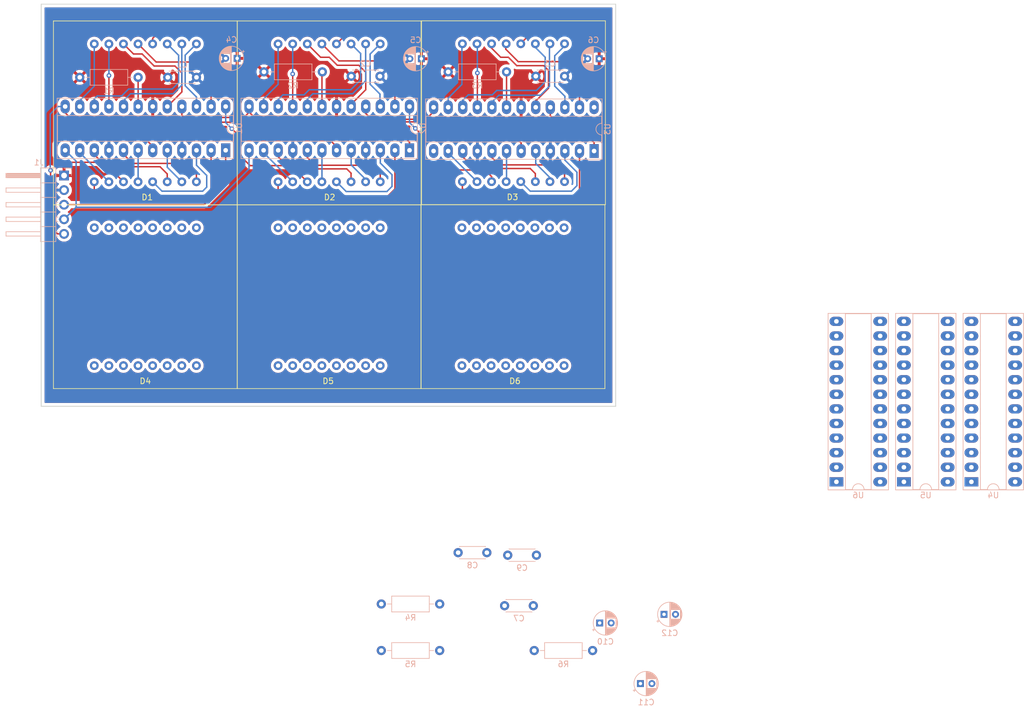
<source format=kicad_pcb>
(kicad_pcb (version 20171130) (host pcbnew 5.1.9-73d0e3b20d~88~ubuntu18.04.1)
  (title_block (title "D3 Face") (date 2021-01-17) (rev v01) (comment 4 "Author: Felipe Mohr"))
  (layers (0 F.Cu signal) (31 B.Cu signal) (34 B.Paste user) (35 F.Paste user) (36 B.SilkS user) (37 F.SilkS user) (38 B.Mask user) (39 F.Mask user) (44 Edge.Cuts user))
  (net 0 "")
  (net 1 +5V)
  (net 2 GND)
  (net 3 "Net-(D1-Pad16)")
  (net 4 "Net-(D1-Pad15)")
  (net 5 "Net-(D1-Pad14)")
  (net 6 "Net-(D1-Pad13)")
  (net 7 "Net-(D1-Pad12)")
  (net 8 "Net-(D1-Pad11)")
  (net 9 "Net-(D1-Pad10)")
  (net 10 "Net-(D1-Pad9)")
  (net 11 "Net-(D1-Pad8)")
  (net 12 "Net-(D1-Pad7)")
  (net 13 "Net-(D1-Pad6)")
  (net 14 "Net-(D1-Pad5)")
  (net 15 "Net-(D1-Pad4)")
  (net 16 "Net-(D1-Pad3)")
  (net 17 "Net-(D1-Pad2)")
  (net 18 "Net-(D1-Pad1)")
  (net 19 "Net-(D2-Pad16)")
  (net 20 "Net-(D2-Pad15)")
  (net 21 "Net-(D2-Pad14)")
  (net 22 "Net-(D2-Pad13)")
  (net 23 "Net-(D2-Pad12)")
  (net 24 "Net-(D2-Pad11)")
  (net 25 "Net-(D2-Pad10)")
  (net 26 "Net-(D2-Pad9)")
  (net 27 "Net-(D2-Pad8)")
  (net 28 "Net-(D2-Pad7)")
  (net 29 "Net-(D2-Pad6)")
  (net 30 "Net-(D2-Pad5)")
  (net 31 "Net-(D2-Pad4)")
  (net 32 "Net-(D2-Pad3)")
  (net 33 "Net-(D2-Pad2)")
  (net 34 "Net-(D2-Pad1)")
  (net 35 "Net-(D3-Pad16)")
  (net 36 "Net-(D3-Pad15)")
  (net 37 "Net-(D3-Pad14)")
  (net 38 "Net-(D3-Pad13)")
  (net 39 "Net-(D3-Pad12)")
  (net 40 "Net-(D3-Pad11)")
  (net 41 "Net-(D3-Pad10)")
  (net 42 "Net-(D3-Pad9)")
  (net 43 "Net-(D3-Pad8)")
  (net 44 "Net-(D3-Pad7)")
  (net 45 "Net-(D3-Pad6)")
  (net 46 "Net-(D3-Pad5)")
  (net 47 "Net-(D3-Pad4)")
  (net 48 "Net-(D3-Pad3)")
  (net 49 "Net-(D3-Pad2)")
  (net 50 "Net-(D3-Pad1)")
  (net 51 "Net-(D4-Pad16)")
  (net 52 "Net-(D4-Pad15)")
  (net 53 "Net-(D4-Pad14)")
  (net 54 "Net-(D4-Pad13)")
  (net 55 "Net-(D4-Pad12)")
  (net 56 "Net-(D4-Pad11)")
  (net 57 "Net-(D4-Pad10)")
  (net 58 "Net-(D4-Pad9)")
  (net 59 "Net-(D4-Pad8)")
  (net 60 "Net-(D4-Pad7)")
  (net 61 "Net-(D4-Pad6)")
  (net 62 "Net-(D4-Pad5)")
  (net 63 "Net-(D4-Pad4)")
  (net 64 "Net-(D4-Pad3)")
  (net 65 "Net-(D4-Pad2)")
  (net 66 "Net-(D4-Pad1)")
  (net 67 "Net-(D5-Pad16)")
  (net 68 "Net-(D5-Pad15)")
  (net 69 "Net-(D5-Pad14)")
  (net 70 "Net-(D5-Pad13)")
  (net 71 "Net-(D5-Pad12)")
  (net 72 "Net-(D5-Pad11)")
  (net 73 "Net-(D5-Pad10)")
  (net 74 "Net-(D5-Pad9)")
  (net 75 "Net-(D5-Pad8)")
  (net 76 "Net-(D5-Pad7)")
  (net 77 "Net-(D5-Pad6)")
  (net 78 "Net-(D5-Pad5)")
  (net 79 "Net-(D5-Pad4)")
  (net 80 "Net-(D5-Pad3)")
  (net 81 "Net-(D5-Pad2)")
  (net 82 "Net-(D5-Pad1)")
  (net 83 "Net-(D6-Pad16)")
  (net 84 "Net-(D6-Pad15)")
  (net 85 "Net-(D6-Pad14)")
  (net 86 "Net-(D6-Pad13)")
  (net 87 "Net-(D6-Pad12)")
  (net 88 "Net-(D6-Pad11)")
  (net 89 "Net-(D6-Pad10)")
  (net 90 "Net-(D6-Pad9)")
  (net 91 "Net-(D6-Pad8)")
  (net 92 "Net-(D6-Pad7)")
  (net 93 "Net-(D6-Pad6)")
  (net 94 "Net-(D6-Pad5)")
  (net 95 "Net-(D6-Pad4)")
  (net 96 "Net-(D6-Pad3)")
  (net 97 "Net-(D6-Pad2)")
  (net 98 "Net-(D6-Pad1)")
  (net 99 CLK)
  (net 100 CS)
  (net 101 "Net-(J1-Pad3)")
  (net 102 "Net-(R1-Pad2)")
  (net 103 "Net-(R2-Pad2)")
  (net 104 "Net-(R3-Pad2)")
  (net 105 "Net-(R4-Pad2)")
  (net 106 "Net-(R5-Pad2)")
  (net 107 "Net-(R6-Pad2)")
  (net 108 "Net-(U1-Pad24)")
  (net 109 "Net-(U2-Pad24)")
  (net 110 "Net-(U3-Pad24)")
  (net 111 "Net-(U4-Pad24)")
  (net 112 "Net-(U5-Pad24)")
  (net 113 "Net-(U6-Pad24)")
  (module D3_Face:Matrix_LED_8x8 (layer F.Cu) (at 132 50)
    (fp_text reference D2 (at 0.08 14.694) (layer F.SilkS))
    (fp_text value Matrix_LED_8x8)
    (pad 16 thru_hole circle (at 8.89 12) (size 1.524 1.524) (drill 0.762) (layers *.Cu *.Mask) (net 19 "Net-(D2-Pad16)"))
    (pad 15 thru_hole circle (at 6.35 12) (size 1.524 1.524) (drill 0.762) (layers *.Cu *.Mask) (net 20 "Net-(D2-Pad15)"))
    (pad 14 thru_hole circle (at 3.81 12) (size 1.524 1.524) (drill 0.762) (layers *.Cu *.Mask) (net 21 "Net-(D2-Pad14)"))
    (pad 13 thru_hole circle (at 1.27 12) (size 1.524 1.524) (drill 0.762) (layers *.Cu *.Mask) (net 22 "Net-(D2-Pad13)"))
    (pad 12 thru_hole circle (at -1.27 12) (size 1.524 1.524) (drill 0.762) (layers *.Cu *.Mask) (net 23 "Net-(D2-Pad12)"))
    (pad 11 thru_hole circle (at -3.81 12) (size 1.524 1.524) (drill 0.762) (layers *.Cu *.Mask) (net 24 "Net-(D2-Pad11)"))
    (pad 10 thru_hole circle (at -6.35 12) (size 1.524 1.524) (drill 0.762) (layers *.Cu *.Mask) (net 25 "Net-(D2-Pad10)"))
    (pad 9 thru_hole circle (at -8.89 12) (size 1.524 1.524) (drill 0.762) (layers *.Cu *.Mask) (net 26 "Net-(D2-Pad9)"))
    (pad 8 thru_hole circle (at 8.89 -12) (size 1.524 1.524) (drill 0.762) (layers *.Cu *.Mask) (net 27 "Net-(D2-Pad8)"))
    (pad 7 thru_hole circle (at 6.35 -12) (size 1.524 1.524) (drill 0.762) (layers *.Cu *.Mask) (net 28 "Net-(D2-Pad7)"))
    (pad 6 thru_hole circle (at 3.81 -12) (size 1.524 1.524) (drill 0.762) (layers *.Cu *.Mask) (net 29 "Net-(D2-Pad6)"))
    (pad 5 thru_hole circle (at 1.27 -12) (size 1.524 1.524) (drill 0.762) (layers *.Cu *.Mask) (net 30 "Net-(D2-Pad5)"))
    (pad 4 thru_hole circle (at -1.27 -12) (size 1.524 1.524) (drill 0.762) (layers *.Cu *.Mask) (net 31 "Net-(D2-Pad4)"))
    (pad 3 thru_hole circle (at -3.81 -12) (size 1.524 1.524) (drill 0.762) (layers *.Cu *.Mask) (net 32 "Net-(D2-Pad3)"))
    (pad 2 thru_hole circle (at -6.35 -12) (size 1.524 1.524) (drill 0.762) (layers *.Cu *.Mask) (net 33 "Net-(D2-Pad2)"))
    (pad 1 thru_hole circle (at -8.89 -12) (size 1.524 1.524) (drill 0.762) (layers *.Cu *.Mask) (net 34 "Net-(D2-Pad1)"))
  )
  (module Package_DIP:DIP-24_W7.62mm_Socket_LongPads (layer B.Cu) (at 220.299 114.234)
    (fp_text reference U6 (at 3.81 2.33) (layer B.SilkS) (effects (justify mirror)))
    (fp_text value MAX7219)
    (pad 1 thru_hole rect (at 0 0) (size 2.4 1.6) (drill 0.8) (layers *.Cu *.Mask) (net 112 "Net-(U5-Pad24)"))
    (pad 13 thru_hole oval (at 7.62 -27.94) (size 2.4 1.6) (drill 0.8) (layers *.Cu *.Mask) (net 99 CLK))
    (pad 2 thru_hole oval (at 0 -2.54) (size 2.4 1.6) (drill 0.8) (layers *.Cu *.Mask) (net 90 "Net-(D6-Pad9)"))
    (pad 14 thru_hole oval (at 7.62 -25.4) (size 2.4 1.6) (drill 0.8) (layers *.Cu *.Mask) (net 98 "Net-(D6-Pad1)"))
    (pad 3 thru_hole oval (at 0 -5.08) (size 2.4 1.6) (drill 0.8) (layers *.Cu *.Mask) (net 86 "Net-(D6-Pad13)"))
    (pad 15 thru_hole oval (at 7.62 -22.86) (size 2.4 1.6) (drill 0.8) (layers *.Cu *.Mask) (net 93 "Net-(D6-Pad6)"))
    (pad 4 thru_hole oval (at 0 -7.62) (size 2.4 1.6) (drill 0.8) (layers *.Cu *.Mask) (net 2 GND))
    (pad 16 thru_hole oval (at 7.62 -20.32) (size 2.4 1.6) (drill 0.8) (layers *.Cu *.Mask) (net 97 "Net-(D6-Pad2)"))
    (pad 5 thru_hole oval (at 0 -10.16) (size 2.4 1.6) (drill 0.8) (layers *.Cu *.Mask) (net 84 "Net-(D6-Pad15)"))
    (pad 17 thru_hole oval (at 7.62 -17.78) (size 2.4 1.6) (drill 0.8) (layers *.Cu *.Mask) (net 92 "Net-(D6-Pad7)"))
    (pad 6 thru_hole oval (at 0 -12.7) (size 2.4 1.6) (drill 0.8) (layers *.Cu *.Mask) (net 88 "Net-(D6-Pad11)"))
    (pad 18 thru_hole oval (at 7.62 -15.24) (size 2.4 1.6) (drill 0.8) (layers *.Cu *.Mask) (net 107 "Net-(R6-Pad2)"))
    (pad 7 thru_hole oval (at 0 -15.24) (size 2.4 1.6) (drill 0.8) (layers *.Cu *.Mask) (net 87 "Net-(D6-Pad12)"))
    (pad 19 thru_hole oval (at 7.62 -12.7) (size 2.4 1.6) (drill 0.8) (layers *.Cu *.Mask) (net 1 +5V))
    (pad 8 thru_hole oval (at 0 -17.78) (size 2.4 1.6) (drill 0.8) (layers *.Cu *.Mask) (net 83 "Net-(D6-Pad16)"))
    (pad 20 thru_hole oval (at 7.62 -10.16) (size 2.4 1.6) (drill 0.8) (layers *.Cu *.Mask) (net 96 "Net-(D6-Pad3)"))
    (pad 9 thru_hole oval (at 0 -20.32) (size 2.4 1.6) (drill 0.8) (layers *.Cu *.Mask) (net 2 GND))
    (pad 21 thru_hole oval (at 7.62 -7.62) (size 2.4 1.6) (drill 0.8) (layers *.Cu *.Mask) (net 94 "Net-(D6-Pad5)"))
    (pad 10 thru_hole oval (at 0 -22.86) (size 2.4 1.6) (drill 0.8) (layers *.Cu *.Mask) (net 85 "Net-(D6-Pad14)"))
    (pad 22 thru_hole oval (at 7.62 -5.08) (size 2.4 1.6) (drill 0.8) (layers *.Cu *.Mask) (net 91 "Net-(D6-Pad8)"))
    (pad 11 thru_hole oval (at 0 -25.4) (size 2.4 1.6) (drill 0.8) (layers *.Cu *.Mask) (net 89 "Net-(D6-Pad10)"))
    (pad 23 thru_hole oval (at 7.62 -2.54) (size 2.4 1.6) (drill 0.8) (layers *.Cu *.Mask) (net 95 "Net-(D6-Pad4)"))
    (pad 12 thru_hole oval (at 0 -27.94) (size 2.4 1.6) (drill 0.8) (layers *.Cu *.Mask) (net 100 CS))
    (pad 24 thru_hole oval (at 7.62 0) (size 2.4 1.6) (drill 0.8) (layers *.Cu *.Mask) (net 113 "Net-(U6-Pad24)"))
  )
  (module Package_DIP:DIP-24_W7.62mm_Socket_LongPads (layer B.Cu) (at 232.049 114.234)
    (fp_text reference U5 (at 3.81 2.33) (layer B.SilkS) (effects (justify mirror)))
    (fp_text value MAX7219)
    (pad 1 thru_hole rect (at 0 0) (size 2.4 1.6) (drill 0.8) (layers *.Cu *.Mask) (net 111 "Net-(U4-Pad24)"))
    (pad 13 thru_hole oval (at 7.62 -27.94) (size 2.4 1.6) (drill 0.8) (layers *.Cu *.Mask) (net 99 CLK))
    (pad 2 thru_hole oval (at 0 -2.54) (size 2.4 1.6) (drill 0.8) (layers *.Cu *.Mask) (net 74 "Net-(D5-Pad9)"))
    (pad 14 thru_hole oval (at 7.62 -25.4) (size 2.4 1.6) (drill 0.8) (layers *.Cu *.Mask) (net 82 "Net-(D5-Pad1)"))
    (pad 3 thru_hole oval (at 0 -5.08) (size 2.4 1.6) (drill 0.8) (layers *.Cu *.Mask) (net 70 "Net-(D5-Pad13)"))
    (pad 15 thru_hole oval (at 7.62 -22.86) (size 2.4 1.6) (drill 0.8) (layers *.Cu *.Mask) (net 77 "Net-(D5-Pad6)"))
    (pad 4 thru_hole oval (at 0 -7.62) (size 2.4 1.6) (drill 0.8) (layers *.Cu *.Mask) (net 2 GND))
    (pad 16 thru_hole oval (at 7.62 -20.32) (size 2.4 1.6) (drill 0.8) (layers *.Cu *.Mask) (net 81 "Net-(D5-Pad2)"))
    (pad 5 thru_hole oval (at 0 -10.16) (size 2.4 1.6) (drill 0.8) (layers *.Cu *.Mask) (net 68 "Net-(D5-Pad15)"))
    (pad 17 thru_hole oval (at 7.62 -17.78) (size 2.4 1.6) (drill 0.8) (layers *.Cu *.Mask) (net 76 "Net-(D5-Pad7)"))
    (pad 6 thru_hole oval (at 0 -12.7) (size 2.4 1.6) (drill 0.8) (layers *.Cu *.Mask) (net 72 "Net-(D5-Pad11)"))
    (pad 18 thru_hole oval (at 7.62 -15.24) (size 2.4 1.6) (drill 0.8) (layers *.Cu *.Mask) (net 106 "Net-(R5-Pad2)"))
    (pad 7 thru_hole oval (at 0 -15.24) (size 2.4 1.6) (drill 0.8) (layers *.Cu *.Mask) (net 71 "Net-(D5-Pad12)"))
    (pad 19 thru_hole oval (at 7.62 -12.7) (size 2.4 1.6) (drill 0.8) (layers *.Cu *.Mask) (net 1 +5V))
    (pad 8 thru_hole oval (at 0 -17.78) (size 2.4 1.6) (drill 0.8) (layers *.Cu *.Mask) (net 67 "Net-(D5-Pad16)"))
    (pad 20 thru_hole oval (at 7.62 -10.16) (size 2.4 1.6) (drill 0.8) (layers *.Cu *.Mask) (net 80 "Net-(D5-Pad3)"))
    (pad 9 thru_hole oval (at 0 -20.32) (size 2.4 1.6) (drill 0.8) (layers *.Cu *.Mask) (net 2 GND))
    (pad 21 thru_hole oval (at 7.62 -7.62) (size 2.4 1.6) (drill 0.8) (layers *.Cu *.Mask) (net 78 "Net-(D5-Pad5)"))
    (pad 10 thru_hole oval (at 0 -22.86) (size 2.4 1.6) (drill 0.8) (layers *.Cu *.Mask) (net 69 "Net-(D5-Pad14)"))
    (pad 22 thru_hole oval (at 7.62 -5.08) (size 2.4 1.6) (drill 0.8) (layers *.Cu *.Mask) (net 75 "Net-(D5-Pad8)"))
    (pad 11 thru_hole oval (at 0 -25.4) (size 2.4 1.6) (drill 0.8) (layers *.Cu *.Mask) (net 73 "Net-(D5-Pad10)"))
    (pad 23 thru_hole oval (at 7.62 -2.54) (size 2.4 1.6) (drill 0.8) (layers *.Cu *.Mask) (net 79 "Net-(D5-Pad4)"))
    (pad 12 thru_hole oval (at 0 -27.94) (size 2.4 1.6) (drill 0.8) (layers *.Cu *.Mask) (net 100 CS))
    (pad 24 thru_hole oval (at 7.62 0) (size 2.4 1.6) (drill 0.8) (layers *.Cu *.Mask) (net 112 "Net-(U5-Pad24)"))
  )
  (module Package_DIP:DIP-24_W7.62mm_Socket_LongPads (layer B.Cu) (at 243.799 114.234)
    (fp_text reference U4 (at 3.81 2.33) (layer B.SilkS) (effects (justify mirror)))
    (fp_text value MAX7219)
    (pad 1 thru_hole rect (at 0 0) (size 2.4 1.6) (drill 0.8) (layers *.Cu *.Mask) (net 110 "Net-(U3-Pad24)"))
    (pad 13 thru_hole oval (at 7.62 -27.94) (size 2.4 1.6) (drill 0.8) (layers *.Cu *.Mask) (net 99 CLK))
    (pad 2 thru_hole oval (at 0 -2.54) (size 2.4 1.6) (drill 0.8) (layers *.Cu *.Mask) (net 58 "Net-(D4-Pad9)"))
    (pad 14 thru_hole oval (at 7.62 -25.4) (size 2.4 1.6) (drill 0.8) (layers *.Cu *.Mask) (net 66 "Net-(D4-Pad1)"))
    (pad 3 thru_hole oval (at 0 -5.08) (size 2.4 1.6) (drill 0.8) (layers *.Cu *.Mask) (net 54 "Net-(D4-Pad13)"))
    (pad 15 thru_hole oval (at 7.62 -22.86) (size 2.4 1.6) (drill 0.8) (layers *.Cu *.Mask) (net 61 "Net-(D4-Pad6)"))
    (pad 4 thru_hole oval (at 0 -7.62) (size 2.4 1.6) (drill 0.8) (layers *.Cu *.Mask) (net 2 GND))
    (pad 16 thru_hole oval (at 7.62 -20.32) (size 2.4 1.6) (drill 0.8) (layers *.Cu *.Mask) (net 65 "Net-(D4-Pad2)"))
    (pad 5 thru_hole oval (at 0 -10.16) (size 2.4 1.6) (drill 0.8) (layers *.Cu *.Mask) (net 52 "Net-(D4-Pad15)"))
    (pad 17 thru_hole oval (at 7.62 -17.78) (size 2.4 1.6) (drill 0.8) (layers *.Cu *.Mask) (net 60 "Net-(D4-Pad7)"))
    (pad 6 thru_hole oval (at 0 -12.7) (size 2.4 1.6) (drill 0.8) (layers *.Cu *.Mask) (net 56 "Net-(D4-Pad11)"))
    (pad 18 thru_hole oval (at 7.62 -15.24) (size 2.4 1.6) (drill 0.8) (layers *.Cu *.Mask) (net 105 "Net-(R4-Pad2)"))
    (pad 7 thru_hole oval (at 0 -15.24) (size 2.4 1.6) (drill 0.8) (layers *.Cu *.Mask) (net 55 "Net-(D4-Pad12)"))
    (pad 19 thru_hole oval (at 7.62 -12.7) (size 2.4 1.6) (drill 0.8) (layers *.Cu *.Mask) (net 1 +5V))
    (pad 8 thru_hole oval (at 0 -17.78) (size 2.4 1.6) (drill 0.8) (layers *.Cu *.Mask) (net 51 "Net-(D4-Pad16)"))
    (pad 20 thru_hole oval (at 7.62 -10.16) (size 2.4 1.6) (drill 0.8) (layers *.Cu *.Mask) (net 64 "Net-(D4-Pad3)"))
    (pad 9 thru_hole oval (at 0 -20.32) (size 2.4 1.6) (drill 0.8) (layers *.Cu *.Mask) (net 2 GND))
    (pad 21 thru_hole oval (at 7.62 -7.62) (size 2.4 1.6) (drill 0.8) (layers *.Cu *.Mask) (net 62 "Net-(D4-Pad5)"))
    (pad 10 thru_hole oval (at 0 -22.86) (size 2.4 1.6) (drill 0.8) (layers *.Cu *.Mask) (net 53 "Net-(D4-Pad14)"))
    (pad 22 thru_hole oval (at 7.62 -5.08) (size 2.4 1.6) (drill 0.8) (layers *.Cu *.Mask) (net 59 "Net-(D4-Pad8)"))
    (pad 11 thru_hole oval (at 0 -25.4) (size 2.4 1.6) (drill 0.8) (layers *.Cu *.Mask) (net 57 "Net-(D4-Pad10)"))
    (pad 23 thru_hole oval (at 7.62 -2.54) (size 2.4 1.6) (drill 0.8) (layers *.Cu *.Mask) (net 63 "Net-(D4-Pad4)"))
    (pad 12 thru_hole oval (at 0 -27.94) (size 2.4 1.6) (drill 0.8) (layers *.Cu *.Mask) (net 100 CS))
    (pad 24 thru_hole oval (at 7.62 0) (size 2.4 1.6) (drill 0.8) (layers *.Cu *.Mask) (net 111 "Net-(U4-Pad24)"))
  )
  (module Package_DIP:DIP-24_W7.62mm_Socket_LongPads (layer B.Cu) (at 178.1175 56.642 90)
    (fp_text reference U3 (at 3.81 2.33 90) (layer B.SilkS) (effects (justify mirror)))
    (fp_text value MAX7219)
    (pad 1 thru_hole rect (at 0 0 90) (size 2.4 1.6) (drill 0.8) (layers *.Cu *.Mask) (net 109 "Net-(U2-Pad24)"))
    (pad 13 thru_hole oval (at 7.62 -27.94 90) (size 2.4 1.6) (drill 0.8) (layers *.Cu *.Mask) (net 99 CLK))
    (pad 2 thru_hole oval (at 0 -2.54 90) (size 2.4 1.6) (drill 0.8) (layers *.Cu *.Mask) (net 42 "Net-(D3-Pad9)"))
    (pad 14 thru_hole oval (at 7.62 -25.4 90) (size 2.4 1.6) (drill 0.8) (layers *.Cu *.Mask) (net 50 "Net-(D3-Pad1)"))
    (pad 3 thru_hole oval (at 0 -5.08 90) (size 2.4 1.6) (drill 0.8) (layers *.Cu *.Mask) (net 38 "Net-(D3-Pad13)"))
    (pad 15 thru_hole oval (at 7.62 -22.86 90) (size 2.4 1.6) (drill 0.8) (layers *.Cu *.Mask) (net 45 "Net-(D3-Pad6)"))
    (pad 4 thru_hole oval (at 0 -7.62 90) (size 2.4 1.6) (drill 0.8) (layers *.Cu *.Mask) (net 2 GND))
    (pad 16 thru_hole oval (at 7.62 -20.32 90) (size 2.4 1.6) (drill 0.8) (layers *.Cu *.Mask) (net 49 "Net-(D3-Pad2)"))
    (pad 5 thru_hole oval (at 0 -10.16 90) (size 2.4 1.6) (drill 0.8) (layers *.Cu *.Mask) (net 36 "Net-(D3-Pad15)"))
    (pad 17 thru_hole oval (at 7.62 -17.78 90) (size 2.4 1.6) (drill 0.8) (layers *.Cu *.Mask) (net 44 "Net-(D3-Pad7)"))
    (pad 6 thru_hole oval (at 0 -12.7 90) (size 2.4 1.6) (drill 0.8) (layers *.Cu *.Mask) (net 40 "Net-(D3-Pad11)"))
    (pad 18 thru_hole oval (at 7.62 -15.24 90) (size 2.4 1.6) (drill 0.8) (layers *.Cu *.Mask) (net 104 "Net-(R3-Pad2)"))
    (pad 7 thru_hole oval (at 0 -15.24 90) (size 2.4 1.6) (drill 0.8) (layers *.Cu *.Mask) (net 39 "Net-(D3-Pad12)"))
    (pad 19 thru_hole oval (at 7.62 -12.7 90) (size 2.4 1.6) (drill 0.8) (layers *.Cu *.Mask) (net 1 +5V))
    (pad 8 thru_hole oval (at 0 -17.78 90) (size 2.4 1.6) (drill 0.8) (layers *.Cu *.Mask) (net 35 "Net-(D3-Pad16)"))
    (pad 20 thru_hole oval (at 7.62 -10.16 90) (size 2.4 1.6) (drill 0.8) (layers *.Cu *.Mask) (net 48 "Net-(D3-Pad3)"))
    (pad 9 thru_hole oval (at 0 -20.32 90) (size 2.4 1.6) (drill 0.8) (layers *.Cu *.Mask) (net 2 GND))
    (pad 21 thru_hole oval (at 7.62 -7.62 90) (size 2.4 1.6) (drill 0.8) (layers *.Cu *.Mask) (net 46 "Net-(D3-Pad5)"))
    (pad 10 thru_hole oval (at 0 -22.86 90) (size 2.4 1.6) (drill 0.8) (layers *.Cu *.Mask) (net 37 "Net-(D3-Pad14)"))
    (pad 22 thru_hole oval (at 7.62 -5.08 90) (size 2.4 1.6) (drill 0.8) (layers *.Cu *.Mask) (net 43 "Net-(D3-Pad8)"))
    (pad 11 thru_hole oval (at 0 -25.4 90) (size 2.4 1.6) (drill 0.8) (layers *.Cu *.Mask) (net 41 "Net-(D3-Pad10)"))
    (pad 23 thru_hole oval (at 7.62 -2.54 90) (size 2.4 1.6) (drill 0.8) (layers *.Cu *.Mask) (net 47 "Net-(D3-Pad4)"))
    (pad 12 thru_hole oval (at 0 -27.94 90) (size 2.4 1.6) (drill 0.8) (layers *.Cu *.Mask) (net 100 CS))
    (pad 24 thru_hole oval (at 7.62 0 90) (size 2.4 1.6) (drill 0.8) (layers *.Cu *.Mask) (net 110 "Net-(U3-Pad24)"))
  )
  (module Package_DIP:DIP-24_W7.62mm_Socket_LongPads (layer B.Cu) (at 145.9865 56.515 90)
    (fp_text reference U2 (at 3.81 2.33 90) (layer B.SilkS) (effects (justify mirror)))
    (fp_text value MAX7219)
    (pad 1 thru_hole rect (at 0 0 90) (size 2.4 1.6) (drill 0.8) (layers *.Cu *.Mask) (net 108 "Net-(U1-Pad24)"))
    (pad 13 thru_hole oval (at 7.62 -27.94 90) (size 2.4 1.6) (drill 0.8) (layers *.Cu *.Mask) (net 99 CLK))
    (pad 2 thru_hole oval (at 0 -2.54 90) (size 2.4 1.6) (drill 0.8) (layers *.Cu *.Mask) (net 26 "Net-(D2-Pad9)"))
    (pad 14 thru_hole oval (at 7.62 -25.4 90) (size 2.4 1.6) (drill 0.8) (layers *.Cu *.Mask) (net 34 "Net-(D2-Pad1)"))
    (pad 3 thru_hole oval (at 0 -5.08 90) (size 2.4 1.6) (drill 0.8) (layers *.Cu *.Mask) (net 22 "Net-(D2-Pad13)"))
    (pad 15 thru_hole oval (at 7.62 -22.86 90) (size 2.4 1.6) (drill 0.8) (layers *.Cu *.Mask) (net 29 "Net-(D2-Pad6)"))
    (pad 4 thru_hole oval (at 0 -7.62 90) (size 2.4 1.6) (drill 0.8) (layers *.Cu *.Mask) (net 2 GND))
    (pad 16 thru_hole oval (at 7.62 -20.32 90) (size 2.4 1.6) (drill 0.8) (layers *.Cu *.Mask) (net 33 "Net-(D2-Pad2)"))
    (pad 5 thru_hole oval (at 0 -10.16 90) (size 2.4 1.6) (drill 0.8) (layers *.Cu *.Mask) (net 20 "Net-(D2-Pad15)"))
    (pad 17 thru_hole oval (at 7.62 -17.78 90) (size 2.4 1.6) (drill 0.8) (layers *.Cu *.Mask) (net 28 "Net-(D2-Pad7)"))
    (pad 6 thru_hole oval (at 0 -12.7 90) (size 2.4 1.6) (drill 0.8) (layers *.Cu *.Mask) (net 24 "Net-(D2-Pad11)"))
    (pad 18 thru_hole oval (at 7.62 -15.24 90) (size 2.4 1.6) (drill 0.8) (layers *.Cu *.Mask) (net 103 "Net-(R2-Pad2)"))
    (pad 7 thru_hole oval (at 0 -15.24 90) (size 2.4 1.6) (drill 0.8) (layers *.Cu *.Mask) (net 23 "Net-(D2-Pad12)"))
    (pad 19 thru_hole oval (at 7.62 -12.7 90) (size 2.4 1.6) (drill 0.8) (layers *.Cu *.Mask) (net 1 +5V))
    (pad 8 thru_hole oval (at 0 -17.78 90) (size 2.4 1.6) (drill 0.8) (layers *.Cu *.Mask) (net 19 "Net-(D2-Pad16)"))
    (pad 20 thru_hole oval (at 7.62 -10.16 90) (size 2.4 1.6) (drill 0.8) (layers *.Cu *.Mask) (net 32 "Net-(D2-Pad3)"))
    (pad 9 thru_hole oval (at 0 -20.32 90) (size 2.4 1.6) (drill 0.8) (layers *.Cu *.Mask) (net 2 GND))
    (pad 21 thru_hole oval (at 7.62 -7.62 90) (size 2.4 1.6) (drill 0.8) (layers *.Cu *.Mask) (net 30 "Net-(D2-Pad5)"))
    (pad 10 thru_hole oval (at 0 -22.86 90) (size 2.4 1.6) (drill 0.8) (layers *.Cu *.Mask) (net 21 "Net-(D2-Pad14)"))
    (pad 22 thru_hole oval (at 7.62 -5.08 90) (size 2.4 1.6) (drill 0.8) (layers *.Cu *.Mask) (net 27 "Net-(D2-Pad8)"))
    (pad 11 thru_hole oval (at 0 -25.4 90) (size 2.4 1.6) (drill 0.8) (layers *.Cu *.Mask) (net 25 "Net-(D2-Pad10)"))
    (pad 23 thru_hole oval (at 7.62 -2.54 90) (size 2.4 1.6) (drill 0.8) (layers *.Cu *.Mask) (net 31 "Net-(D2-Pad4)"))
    (pad 12 thru_hole oval (at 0 -27.94 90) (size 2.4 1.6) (drill 0.8) (layers *.Cu *.Mask) (net 100 CS))
    (pad 24 thru_hole oval (at 7.62 0 90) (size 2.4 1.6) (drill 0.8) (layers *.Cu *.Mask) (net 109 "Net-(U2-Pad24)"))
  )
  (module Package_DIP:DIP-24_W7.62mm_Socket_LongPads (layer B.Cu) (at 113.9825 56.515 90)
    (fp_text reference U1 (at 3.81 2.33 270) (layer B.SilkS) (effects (justify mirror)))
    (fp_text value MAX7219)
    (pad 24 thru_hole oval (at 7.62 0 90) (size 2.4 1.6) (drill 0.8) (layers *.Cu *.Mask) (net 108 "Net-(U1-Pad24)"))
    (pad 12 thru_hole oval (at 0 -27.94 90) (size 2.4 1.6) (drill 0.8) (layers *.Cu *.Mask) (net 100 CS))
    (pad 23 thru_hole oval (at 7.62 -2.54 90) (size 2.4 1.6) (drill 0.8) (layers *.Cu *.Mask) (net 15 "Net-(D1-Pad4)"))
    (pad 11 thru_hole oval (at 0 -25.4 90) (size 2.4 1.6) (drill 0.8) (layers *.Cu *.Mask) (net 9 "Net-(D1-Pad10)"))
    (pad 22 thru_hole oval (at 7.62 -5.08 90) (size 2.4 1.6) (drill 0.8) (layers *.Cu *.Mask) (net 11 "Net-(D1-Pad8)"))
    (pad 10 thru_hole oval (at 0 -22.86 90) (size 2.4 1.6) (drill 0.8) (layers *.Cu *.Mask) (net 5 "Net-(D1-Pad14)"))
    (pad 21 thru_hole oval (at 7.62 -7.62 90) (size 2.4 1.6) (drill 0.8) (layers *.Cu *.Mask) (net 14 "Net-(D1-Pad5)"))
    (pad 9 thru_hole oval (at 0 -20.32 90) (size 2.4 1.6) (drill 0.8) (layers *.Cu *.Mask) (net 2 GND))
    (pad 20 thru_hole oval (at 7.62 -10.16 90) (size 2.4 1.6) (drill 0.8) (layers *.Cu *.Mask) (net 16 "Net-(D1-Pad3)"))
    (pad 8 thru_hole oval (at 0 -17.78 90) (size 2.4 1.6) (drill 0.8) (layers *.Cu *.Mask) (net 3 "Net-(D1-Pad16)"))
    (pad 19 thru_hole oval (at 7.62 -12.7 90) (size 2.4 1.6) (drill 0.8) (layers *.Cu *.Mask) (net 1 +5V))
    (pad 7 thru_hole oval (at 0 -15.24 90) (size 2.4 1.6) (drill 0.8) (layers *.Cu *.Mask) (net 7 "Net-(D1-Pad12)"))
    (pad 18 thru_hole oval (at 7.62 -15.24 90) (size 2.4 1.6) (drill 0.8) (layers *.Cu *.Mask) (net 102 "Net-(R1-Pad2)"))
    (pad 6 thru_hole oval (at 0 -12.7 90) (size 2.4 1.6) (drill 0.8) (layers *.Cu *.Mask) (net 8 "Net-(D1-Pad11)"))
    (pad 17 thru_hole oval (at 7.62 -17.78 90) (size 2.4 1.6) (drill 0.8) (layers *.Cu *.Mask) (net 12 "Net-(D1-Pad7)"))
    (pad 5 thru_hole oval (at 0 -10.16 90) (size 2.4 1.6) (drill 0.8) (layers *.Cu *.Mask) (net 4 "Net-(D1-Pad15)"))
    (pad 16 thru_hole oval (at 7.62 -20.32 90) (size 2.4 1.6) (drill 0.8) (layers *.Cu *.Mask) (net 17 "Net-(D1-Pad2)"))
    (pad 4 thru_hole oval (at 0 -7.62 90) (size 2.4 1.6) (drill 0.8) (layers *.Cu *.Mask) (net 2 GND))
    (pad 15 thru_hole oval (at 7.62 -22.86 90) (size 2.4 1.6) (drill 0.8) (layers *.Cu *.Mask) (net 13 "Net-(D1-Pad6)"))
    (pad 3 thru_hole oval (at 0 -5.08 90) (size 2.4 1.6) (drill 0.8) (layers *.Cu *.Mask) (net 6 "Net-(D1-Pad13)"))
    (pad 14 thru_hole oval (at 7.62 -25.4 90) (size 2.4 1.6) (drill 0.8) (layers *.Cu *.Mask) (net 18 "Net-(D1-Pad1)"))
    (pad 2 thru_hole oval (at 0 -2.54 90) (size 2.4 1.6) (drill 0.8) (layers *.Cu *.Mask) (net 10 "Net-(D1-Pad9)"))
    (pad 13 thru_hole oval (at 7.62 -27.94 90) (size 2.4 1.6) (drill 0.8) (layers *.Cu *.Mask) (net 99 CLK))
    (pad 1 thru_hole rect (at 0 0 90) (size 2.4 1.6) (drill 0.8) (layers *.Cu *.Mask) (net 101 "Net-(J1-Pad3)"))
  )
  (module Resistor_THT:R_Axial_DIN0207_L6.3mm_D2.5mm_P10.16mm_Horizontal (layer B.Cu) (at 167.698 143.598)
    (fp_text reference R6 (at 5.08 2.37) (layer B.SilkS) (effects (justify mirror)))
    (fp_text value 10k)
    (pad 1 thru_hole circle (at 0 0) (size 1.6 1.6) (drill 0.8) (layers *.Cu *.Mask) (net 1 +5V))
    (pad 2 thru_hole oval (at 10.16 0) (size 1.6 1.6) (drill 0.8) (layers *.Cu *.Mask) (net 107 "Net-(R6-Pad2)"))
  )
  (module Resistor_THT:R_Axial_DIN0207_L6.3mm_D2.5mm_P10.16mm_Horizontal (layer B.Cu) (at 141.078 143.598)
    (fp_text reference R5 (at 5.08 2.37) (layer B.SilkS) (effects (justify mirror)))
    (fp_text value 10k)
    (pad 1 thru_hole circle (at 0 0) (size 1.6 1.6) (drill 0.8) (layers *.Cu *.Mask) (net 1 +5V))
    (pad 2 thru_hole oval (at 10.16 0) (size 1.6 1.6) (drill 0.8) (layers *.Cu *.Mask) (net 106 "Net-(R5-Pad2)"))
  )
  (module Resistor_THT:R_Axial_DIN0207_L6.3mm_D2.5mm_P10.16mm_Horizontal (layer B.Cu) (at 141.078 135.498)
    (fp_text reference R4 (at 5.08 2.37) (layer B.SilkS) (effects (justify mirror)))
    (fp_text value 10k)
    (pad 1 thru_hole circle (at 0 0) (size 1.6 1.6) (drill 0.8) (layers *.Cu *.Mask) (net 1 +5V))
    (pad 2 thru_hole oval (at 10.16 0) (size 1.6 1.6) (drill 0.8) (layers *.Cu *.Mask) (net 105 "Net-(R4-Pad2)"))
  )
  (module Resistor_THT:R_Axial_DIN0207_L6.3mm_D2.5mm_P10.16mm_Horizontal (layer B.Cu) (at 152.7175 42.8625)
    (fp_text reference R3 (at 5.08 2.37) (layer B.SilkS) (effects (justify mirror)))
    (fp_text value 10k)
    (pad 1 thru_hole circle (at 0 0) (size 1.6 1.6) (drill 0.8) (layers *.Cu *.Mask) (net 1 +5V))
    (pad 2 thru_hole oval (at 10.16 0) (size 1.6 1.6) (drill 0.8) (layers *.Cu *.Mask) (net 104 "Net-(R3-Pad2)"))
  )
  (module Resistor_THT:R_Axial_DIN0207_L6.3mm_D2.5mm_P10.16mm_Horizontal (layer B.Cu) (at 120.65 42.8625)
    (fp_text reference R2 (at 5.08 2.37) (layer B.SilkS) (effects (justify mirror)))
    (fp_text value 10k)
    (pad 1 thru_hole circle (at 0 0) (size 1.6 1.6) (drill 0.8) (layers *.Cu *.Mask) (net 1 +5V))
    (pad 2 thru_hole oval (at 10.16 0) (size 1.6 1.6) (drill 0.8) (layers *.Cu *.Mask) (net 103 "Net-(R2-Pad2)"))
  )
  (module Resistor_THT:R_Axial_DIN0207_L6.3mm_D2.5mm_P10.16mm_Horizontal (layer B.Cu) (at 88.5825 43.815)
    (fp_text reference R1 (at 5.08 2.37) (layer B.SilkS) (effects (justify mirror)))
    (fp_text value 10k)
    (pad 1 thru_hole circle (at 0 0) (size 1.6 1.6) (drill 0.8) (layers *.Cu *.Mask) (net 1 +5V))
    (pad 2 thru_hole oval (at 10.16 0) (size 1.6 1.6) (drill 0.8) (layers *.Cu *.Mask) (net 102 "Net-(R1-Pad2)"))
  )
  (module Connector_PinHeader_2.54mm:PinHeader_1x05_P2.54mm_Horizontal (layer B.Cu) (at 85.852 60.9092 180)
    (fp_text reference J1 (at 4.385 2.27) (layer B.SilkS) (effects (justify mirror)))
    (fp_text value Conn_01x05_Male)
    (pad 1 thru_hole rect (at 0 0 180) (size 1.7 1.7) (drill 1) (layers *.Cu *.Mask) (net 1 +5V))
    (pad 2 thru_hole oval (at 0 -2.54 180) (size 1.7 1.7) (drill 1) (layers *.Cu *.Mask) (net 2 GND))
    (pad 3 thru_hole oval (at 0 -5.08 180) (size 1.7 1.7) (drill 1) (layers *.Cu *.Mask) (net 101 "Net-(J1-Pad3)"))
    (pad 4 thru_hole oval (at 0 -7.62 180) (size 1.7 1.7) (drill 1) (layers *.Cu *.Mask) (net 100 CS))
    (pad 5 thru_hole oval (at 0 -10.16 180) (size 1.7 1.7) (drill 1) (layers *.Cu *.Mask) (net 99 CLK))
  )
  (module D3_Face:Matrix_LED_8x8 (layer F.Cu) (at 164 82)
    (fp_text reference D6 (at 0.338 14.69) (layer F.SilkS))
    (fp_text value Matrix_LED_8x8)
    (pad 1 thru_hole circle (at -8.89 -12) (size 1.524 1.524) (drill 0.762) (layers *.Cu *.Mask) (net 98 "Net-(D6-Pad1)"))
    (pad 2 thru_hole circle (at -6.35 -12) (size 1.524 1.524) (drill 0.762) (layers *.Cu *.Mask) (net 97 "Net-(D6-Pad2)"))
    (pad 3 thru_hole circle (at -3.81 -12) (size 1.524 1.524) (drill 0.762) (layers *.Cu *.Mask) (net 96 "Net-(D6-Pad3)"))
    (pad 4 thru_hole circle (at -1.27 -12) (size 1.524 1.524) (drill 0.762) (layers *.Cu *.Mask) (net 95 "Net-(D6-Pad4)"))
    (pad 5 thru_hole circle (at 1.27 -12) (size 1.524 1.524) (drill 0.762) (layers *.Cu *.Mask) (net 94 "Net-(D6-Pad5)"))
    (pad 6 thru_hole circle (at 3.81 -12) (size 1.524 1.524) (drill 0.762) (layers *.Cu *.Mask) (net 93 "Net-(D6-Pad6)"))
    (pad 7 thru_hole circle (at 6.35 -12) (size 1.524 1.524) (drill 0.762) (layers *.Cu *.Mask) (net 92 "Net-(D6-Pad7)"))
    (pad 8 thru_hole circle (at 8.89 -12) (size 1.524 1.524) (drill 0.762) (layers *.Cu *.Mask) (net 91 "Net-(D6-Pad8)"))
    (pad 9 thru_hole circle (at -8.89 12) (size 1.524 1.524) (drill 0.762) (layers *.Cu *.Mask) (net 90 "Net-(D6-Pad9)"))
    (pad 10 thru_hole circle (at -6.35 12) (size 1.524 1.524) (drill 0.762) (layers *.Cu *.Mask) (net 89 "Net-(D6-Pad10)"))
    (pad 11 thru_hole circle (at -3.81 12) (size 1.524 1.524) (drill 0.762) (layers *.Cu *.Mask) (net 88 "Net-(D6-Pad11)"))
    (pad 12 thru_hole circle (at -1.27 12) (size 1.524 1.524) (drill 0.762) (layers *.Cu *.Mask) (net 87 "Net-(D6-Pad12)"))
    (pad 13 thru_hole circle (at 1.27 12) (size 1.524 1.524) (drill 0.762) (layers *.Cu *.Mask) (net 86 "Net-(D6-Pad13)"))
    (pad 14 thru_hole circle (at 3.81 12) (size 1.524 1.524) (drill 0.762) (layers *.Cu *.Mask) (net 85 "Net-(D6-Pad14)"))
    (pad 15 thru_hole circle (at 6.35 12) (size 1.524 1.524) (drill 0.762) (layers *.Cu *.Mask) (net 84 "Net-(D6-Pad15)"))
    (pad 16 thru_hole circle (at 8.89 12) (size 1.524 1.524) (drill 0.762) (layers *.Cu *.Mask) (net 83 "Net-(D6-Pad16)"))
  )
  (module D3_Face:Matrix_LED_8x8 (layer F.Cu) (at 132 82)
    (fp_text reference D5 (at -0.174 14.69) (layer F.SilkS))
    (fp_text value Matrix_LED_8x8)
    (pad 1 thru_hole circle (at -8.89 -12) (size 1.524 1.524) (drill 0.762) (layers *.Cu *.Mask) (net 82 "Net-(D5-Pad1)"))
    (pad 2 thru_hole circle (at -6.35 -12) (size 1.524 1.524) (drill 0.762) (layers *.Cu *.Mask) (net 81 "Net-(D5-Pad2)"))
    (pad 3 thru_hole circle (at -3.81 -12) (size 1.524 1.524) (drill 0.762) (layers *.Cu *.Mask) (net 80 "Net-(D5-Pad3)"))
    (pad 4 thru_hole circle (at -1.27 -12) (size 1.524 1.524) (drill 0.762) (layers *.Cu *.Mask) (net 79 "Net-(D5-Pad4)"))
    (pad 5 thru_hole circle (at 1.27 -12) (size 1.524 1.524) (drill 0.762) (layers *.Cu *.Mask) (net 78 "Net-(D5-Pad5)"))
    (pad 6 thru_hole circle (at 3.81 -12) (size 1.524 1.524) (drill 0.762) (layers *.Cu *.Mask) (net 77 "Net-(D5-Pad6)"))
    (pad 7 thru_hole circle (at 6.35 -12) (size 1.524 1.524) (drill 0.762) (layers *.Cu *.Mask) (net 76 "Net-(D5-Pad7)"))
    (pad 8 thru_hole circle (at 8.89 -12) (size 1.524 1.524) (drill 0.762) (layers *.Cu *.Mask) (net 75 "Net-(D5-Pad8)"))
    (pad 9 thru_hole circle (at -8.89 12) (size 1.524 1.524) (drill 0.762) (layers *.Cu *.Mask) (net 74 "Net-(D5-Pad9)"))
    (pad 10 thru_hole circle (at -6.35 12) (size 1.524 1.524) (drill 0.762) (layers *.Cu *.Mask) (net 73 "Net-(D5-Pad10)"))
    (pad 11 thru_hole circle (at -3.81 12) (size 1.524 1.524) (drill 0.762) (layers *.Cu *.Mask) (net 72 "Net-(D5-Pad11)"))
    (pad 12 thru_hole circle (at -1.27 12) (size 1.524 1.524) (drill 0.762) (layers *.Cu *.Mask) (net 71 "Net-(D5-Pad12)"))
    (pad 13 thru_hole circle (at 1.27 12) (size 1.524 1.524) (drill 0.762) (layers *.Cu *.Mask) (net 70 "Net-(D5-Pad13)"))
    (pad 14 thru_hole circle (at 3.81 12) (size 1.524 1.524) (drill 0.762) (layers *.Cu *.Mask) (net 69 "Net-(D5-Pad14)"))
    (pad 15 thru_hole circle (at 6.35 12) (size 1.524 1.524) (drill 0.762) (layers *.Cu *.Mask) (net 68 "Net-(D5-Pad15)"))
    (pad 16 thru_hole circle (at 8.89 12) (size 1.524 1.524) (drill 0.762) (layers *.Cu *.Mask) (net 67 "Net-(D5-Pad16)"))
  )
  (module D3_Face:Matrix_LED_8x8 (layer F.Cu) (at 100 82)
    (fp_text reference D4 (at 0 14.69) (layer F.SilkS))
    (fp_text value Matrix_LED_8x8)
    (pad 16 thru_hole circle (at 8.89 12) (size 1.524 1.524) (drill 0.762) (layers *.Cu *.Mask) (net 51 "Net-(D4-Pad16)"))
    (pad 15 thru_hole circle (at 6.35 12) (size 1.524 1.524) (drill 0.762) (layers *.Cu *.Mask) (net 52 "Net-(D4-Pad15)"))
    (pad 14 thru_hole circle (at 3.81 12) (size 1.524 1.524) (drill 0.762) (layers *.Cu *.Mask) (net 53 "Net-(D4-Pad14)"))
    (pad 13 thru_hole circle (at 1.27 12) (size 1.524 1.524) (drill 0.762) (layers *.Cu *.Mask) (net 54 "Net-(D4-Pad13)"))
    (pad 12 thru_hole circle (at -1.27 12) (size 1.524 1.524) (drill 0.762) (layers *.Cu *.Mask) (net 55 "Net-(D4-Pad12)"))
    (pad 11 thru_hole circle (at -3.81 12) (size 1.524 1.524) (drill 0.762) (layers *.Cu *.Mask) (net 56 "Net-(D4-Pad11)"))
    (pad 10 thru_hole circle (at -6.35 12) (size 1.524 1.524) (drill 0.762) (layers *.Cu *.Mask) (net 57 "Net-(D4-Pad10)"))
    (pad 9 thru_hole circle (at -8.89 12) (size 1.524 1.524) (drill 0.762) (layers *.Cu *.Mask) (net 58 "Net-(D4-Pad9)"))
    (pad 8 thru_hole circle (at 8.89 -12) (size 1.524 1.524) (drill 0.762) (layers *.Cu *.Mask) (net 59 "Net-(D4-Pad8)"))
    (pad 7 thru_hole circle (at 6.35 -12) (size 1.524 1.524) (drill 0.762) (layers *.Cu *.Mask) (net 60 "Net-(D4-Pad7)"))
    (pad 6 thru_hole circle (at 3.81 -12) (size 1.524 1.524) (drill 0.762) (layers *.Cu *.Mask) (net 61 "Net-(D4-Pad6)"))
    (pad 5 thru_hole circle (at 1.27 -12) (size 1.524 1.524) (drill 0.762) (layers *.Cu *.Mask) (net 62 "Net-(D4-Pad5)"))
    (pad 4 thru_hole circle (at -1.27 -12) (size 1.524 1.524) (drill 0.762) (layers *.Cu *.Mask) (net 63 "Net-(D4-Pad4)"))
    (pad 3 thru_hole circle (at -3.81 -12) (size 1.524 1.524) (drill 0.762) (layers *.Cu *.Mask) (net 64 "Net-(D4-Pad3)"))
    (pad 2 thru_hole circle (at -6.35 -12) (size 1.524 1.524) (drill 0.762) (layers *.Cu *.Mask) (net 65 "Net-(D4-Pad2)"))
    (pad 1 thru_hole circle (at -8.89 -12) (size 1.524 1.524) (drill 0.762) (layers *.Cu *.Mask) (net 66 "Net-(D4-Pad1)"))
  )
  (module D3_Face:Matrix_LED_8x8 (layer F.Cu) (at 164.084 49.976)
    (fp_text reference D3 (at -0.17 14.694) (layer F.SilkS))
    (fp_text value Matrix_LED_8x8)
    (pad 1 thru_hole circle (at -8.89 -12) (size 1.524 1.524) (drill 0.762) (layers *.Cu *.Mask) (net 50 "Net-(D3-Pad1)"))
    (pad 2 thru_hole circle (at -6.35 -12) (size 1.524 1.524) (drill 0.762) (layers *.Cu *.Mask) (net 49 "Net-(D3-Pad2)"))
    (pad 3 thru_hole circle (at -3.81 -12) (size 1.524 1.524) (drill 0.762) (layers *.Cu *.Mask) (net 48 "Net-(D3-Pad3)"))
    (pad 4 thru_hole circle (at -1.27 -12) (size 1.524 1.524) (drill 0.762) (layers *.Cu *.Mask) (net 47 "Net-(D3-Pad4)"))
    (pad 5 thru_hole circle (at 1.27 -12) (size 1.524 1.524) (drill 0.762) (layers *.Cu *.Mask) (net 46 "Net-(D3-Pad5)"))
    (pad 6 thru_hole circle (at 3.81 -12) (size 1.524 1.524) (drill 0.762) (layers *.Cu *.Mask) (net 45 "Net-(D3-Pad6)"))
    (pad 7 thru_hole circle (at 6.35 -12) (size 1.524 1.524) (drill 0.762) (layers *.Cu *.Mask) (net 44 "Net-(D3-Pad7)"))
    (pad 8 thru_hole circle (at 8.89 -12) (size 1.524 1.524) (drill 0.762) (layers *.Cu *.Mask) (net 43 "Net-(D3-Pad8)"))
    (pad 9 thru_hole circle (at -8.89 12) (size 1.524 1.524) (drill 0.762) (layers *.Cu *.Mask) (net 42 "Net-(D3-Pad9)"))
    (pad 10 thru_hole circle (at -6.35 12) (size 1.524 1.524) (drill 0.762) (layers *.Cu *.Mask) (net 41 "Net-(D3-Pad10)"))
    (pad 11 thru_hole circle (at -3.81 12) (size 1.524 1.524) (drill 0.762) (layers *.Cu *.Mask) (net 40 "Net-(D3-Pad11)"))
    (pad 12 thru_hole circle (at -1.27 12) (size 1.524 1.524) (drill 0.762) (layers *.Cu *.Mask) (net 39 "Net-(D3-Pad12)"))
    (pad 13 thru_hole circle (at 1.27 12) (size 1.524 1.524) (drill 0.762) (layers *.Cu *.Mask) (net 38 "Net-(D3-Pad13)"))
    (pad 14 thru_hole circle (at 3.81 12) (size 1.524 1.524) (drill 0.762) (layers *.Cu *.Mask) (net 37 "Net-(D3-Pad14)"))
    (pad 15 thru_hole circle (at 6.35 12) (size 1.524 1.524) (drill 0.762) (layers *.Cu *.Mask) (net 36 "Net-(D3-Pad15)"))
    (pad 16 thru_hole circle (at 8.89 12) (size 1.524 1.524) (drill 0.762) (layers *.Cu *.Mask) (net 35 "Net-(D3-Pad16)"))
  )
  (module D3_Face:Matrix_LED_8x8 (layer F.Cu) (at 100 50)
    (fp_text reference D1 (at 0.33 14.694) (layer F.SilkS))
    (fp_text value Matrix_LED_8x8)
    (pad 16 thru_hole circle (at 8.89 12) (size 1.524 1.524) (drill 0.762) (layers *.Cu *.Mask) (net 3 "Net-(D1-Pad16)"))
    (pad 15 thru_hole circle (at 6.35 12) (size 1.524 1.524) (drill 0.762) (layers *.Cu *.Mask) (net 4 "Net-(D1-Pad15)"))
    (pad 14 thru_hole circle (at 3.81 12) (size 1.524 1.524) (drill 0.762) (layers *.Cu *.Mask) (net 5 "Net-(D1-Pad14)"))
    (pad 13 thru_hole circle (at 1.27 12) (size 1.524 1.524) (drill 0.762) (layers *.Cu *.Mask) (net 6 "Net-(D1-Pad13)"))
    (pad 12 thru_hole circle (at -1.27 12) (size 1.524 1.524) (drill 0.762) (layers *.Cu *.Mask) (net 7 "Net-(D1-Pad12)"))
    (pad 11 thru_hole circle (at -3.81 12) (size 1.524 1.524) (drill 0.762) (layers *.Cu *.Mask) (net 8 "Net-(D1-Pad11)"))
    (pad 10 thru_hole circle (at -6.35 12) (size 1.524 1.524) (drill 0.762) (layers *.Cu *.Mask) (net 9 "Net-(D1-Pad10)"))
    (pad 9 thru_hole circle (at -8.89 12) (size 1.524 1.524) (drill 0.762) (layers *.Cu *.Mask) (net 10 "Net-(D1-Pad9)"))
    (pad 8 thru_hole circle (at 8.89 -12) (size 1.524 1.524) (drill 0.762) (layers *.Cu *.Mask) (net 11 "Net-(D1-Pad8)"))
    (pad 7 thru_hole circle (at 6.35 -12) (size 1.524 1.524) (drill 0.762) (layers *.Cu *.Mask) (net 12 "Net-(D1-Pad7)"))
    (pad 6 thru_hole circle (at 3.81 -12) (size 1.524 1.524) (drill 0.762) (layers *.Cu *.Mask) (net 13 "Net-(D1-Pad6)"))
    (pad 5 thru_hole circle (at 1.27 -12) (size 1.524 1.524) (drill 0.762) (layers *.Cu *.Mask) (net 14 "Net-(D1-Pad5)"))
    (pad 4 thru_hole circle (at -1.27 -12) (size 1.524 1.524) (drill 0.762) (layers *.Cu *.Mask) (net 15 "Net-(D1-Pad4)"))
    (pad 3 thru_hole circle (at -3.81 -12) (size 1.524 1.524) (drill 0.762) (layers *.Cu *.Mask) (net 16 "Net-(D1-Pad3)"))
    (pad 2 thru_hole circle (at -6.35 -12) (size 1.524 1.524) (drill 0.762) (layers *.Cu *.Mask) (net 17 "Net-(D1-Pad2)"))
    (pad 1 thru_hole circle (at -8.89 -12) (size 1.524 1.524) (drill 0.762) (layers *.Cu *.Mask) (net 18 "Net-(D1-Pad1)"))
  )
  (module Capacitor_THT:CP_Radial_D4.0mm_P2.00mm (layer B.Cu) (at 190.292801 137.298)
    (fp_text reference C12 (at 1 3.25) (layer B.SilkS) (effects (justify mirror)))
    (fp_text value 10u)
    (pad 1 thru_hole rect (at 0 0) (size 1.2 1.2) (drill 0.6) (layers *.Cu *.Mask) (net 1 +5V))
    (pad 2 thru_hole circle (at 2 0) (size 1.2 1.2) (drill 0.6) (layers *.Cu *.Mask) (net 2 GND))
  )
  (module Capacitor_THT:CP_Radial_D4.0mm_P2.00mm (layer B.Cu) (at 186.182 149.352)
    (fp_text reference C11 (at 1 3.25) (layer B.SilkS) (effects (justify mirror)))
    (fp_text value 10u)
    (pad 1 thru_hole rect (at 0 0) (size 1.2 1.2) (drill 0.6) (layers *.Cu *.Mask) (net 1 +5V))
    (pad 2 thru_hole circle (at 2 0) (size 1.2 1.2) (drill 0.6) (layers *.Cu *.Mask) (net 2 GND))
  )
  (module Capacitor_THT:CP_Radial_D4.0mm_P2.00mm (layer B.Cu) (at 179.092801 138.798)
    (fp_text reference C10 (at 1 3.25) (layer B.SilkS) (effects (justify mirror)))
    (fp_text value 10u)
    (pad 1 thru_hole rect (at 0 0) (size 1.2 1.2) (drill 0.6) (layers *.Cu *.Mask) (net 1 +5V))
    (pad 2 thru_hole circle (at 2 0) (size 1.2 1.2) (drill 0.6) (layers *.Cu *.Mask) (net 2 GND))
  )
  (module Capacitor_THT:C_Disc_D4.3mm_W1.9mm_P5.00mm (layer B.Cu) (at 163.0845 127)
    (fp_text reference C9 (at 2.5 2.2) (layer B.SilkS) (effects (justify mirror)))
    (fp_text value 0.1u)
    (pad 1 thru_hole circle (at 0 0) (size 1.6 1.6) (drill 0.8) (layers *.Cu *.Mask) (net 2 GND))
    (pad 2 thru_hole circle (at 5 0) (size 1.6 1.6) (drill 0.8) (layers *.Cu *.Mask) (net 1 +5V))
  )
  (module Capacitor_THT:C_Disc_D4.3mm_W1.9mm_P5.00mm (layer B.Cu) (at 154.4485 126.5555)
    (fp_text reference C8 (at 2.5 2.2) (layer B.SilkS) (effects (justify mirror)))
    (fp_text value 0.1u)
    (pad 1 thru_hole circle (at 0 0) (size 1.6 1.6) (drill 0.8) (layers *.Cu *.Mask) (net 2 GND))
    (pad 2 thru_hole circle (at 5 0) (size 1.6 1.6) (drill 0.8) (layers *.Cu *.Mask) (net 1 +5V))
  )
  (module Capacitor_THT:C_Disc_D4.3mm_W1.9mm_P5.00mm (layer B.Cu) (at 162.538 135.798)
    (fp_text reference C7 (at 2.5 2.2) (layer B.SilkS) (effects (justify mirror)))
    (fp_text value 0.1u)
    (pad 1 thru_hole circle (at 0 0) (size 1.6 1.6) (drill 0.8) (layers *.Cu *.Mask) (net 2 GND))
    (pad 2 thru_hole circle (at 5 0) (size 1.6 1.6) (drill 0.8) (layers *.Cu *.Mask) (net 1 +5V))
  )
  (module Capacitor_THT:CP_Radial_D4.0mm_P2.00mm (layer B.Cu) (at 179.0065 40.5765 180)
    (fp_text reference C6 (at 1 3.25) (layer B.SilkS) (effects (justify mirror)))
    (fp_text value 10u)
    (pad 1 thru_hole rect (at 0 0 180) (size 1.2 1.2) (drill 0.6) (layers *.Cu *.Mask) (net 1 +5V))
    (pad 2 thru_hole circle (at 2 0 180) (size 1.2 1.2) (drill 0.6) (layers *.Cu *.Mask) (net 2 GND))
  )
  (module Capacitor_THT:CP_Radial_D4.0mm_P2.00mm (layer B.Cu) (at 148.05 40.5765 180)
    (fp_text reference C5 (at 1 3.25) (layer B.SilkS) (effects (justify mirror)))
    (fp_text value 10u)
    (pad 1 thru_hole rect (at 0 0 180) (size 1.2 1.2) (drill 0.6) (layers *.Cu *.Mask) (net 1 +5V))
    (pad 2 thru_hole circle (at 2 0 180) (size 1.2 1.2) (drill 0.6) (layers *.Cu *.Mask) (net 2 GND))
  )
  (module Capacitor_THT:CP_Radial_D4.0mm_P2.00mm (layer B.Cu) (at 115.9825 40.513 180)
    (fp_text reference C4 (at 1 3.25) (layer B.SilkS) (effects (justify mirror)))
    (fp_text value 10u)
    (pad 1 thru_hole rect (at 0 0 180) (size 1.2 1.2) (drill 0.6) (layers *.Cu *.Mask) (net 1 +5V))
    (pad 2 thru_hole circle (at 2 0 180) (size 1.2 1.2) (drill 0.6) (layers *.Cu *.Mask) (net 2 GND))
  )
  (module Capacitor_THT:C_Disc_D4.3mm_W1.9mm_P5.00mm (layer B.Cu) (at 172.974 43.6245 180)
    (fp_text reference C3 (at 2.5 2.2) (layer B.SilkS) (effects (justify mirror)))
    (fp_text value 0.1u)
    (pad 1 thru_hole circle (at 0 0 180) (size 1.6 1.6) (drill 0.8) (layers *.Cu *.Mask) (net 2 GND))
    (pad 2 thru_hole circle (at 5 0 180) (size 1.6 1.6) (drill 0.8) (layers *.Cu *.Mask) (net 1 +5V))
  )
  (module Capacitor_THT:C_Disc_D4.3mm_W1.9mm_P5.00mm (layer B.Cu) (at 140.843 43.6245 180)
    (fp_text reference C2 (at 2.5 2.2) (layer B.SilkS) (effects (justify mirror)))
    (fp_text value 0.1u)
    (pad 1 thru_hole circle (at 0 0 180) (size 1.6 1.6) (drill 0.8) (layers *.Cu *.Mask) (net 2 GND))
    (pad 2 thru_hole circle (at 5 0 180) (size 1.6 1.6) (drill 0.8) (layers *.Cu *.Mask) (net 1 +5V))
  )
  (module Capacitor_THT:C_Disc_D4.3mm_W1.9mm_P5.00mm (layer B.Cu) (at 108.9025 43.815 180)
    (fp_text reference C1 (at 2.5 2.2) (layer B.SilkS) (effects (justify mirror)))
    (fp_text value 0.1u)
    (pad 1 thru_hole circle (at 0 0 180) (size 1.6 1.6) (drill 0.8) (layers *.Cu *.Mask) (net 2 GND))
    (pad 2 thru_hole circle (at 5 0 180) (size 1.6 1.6) (drill 0.8) (layers *.Cu *.Mask) (net 1 +5V))
  )
  (gr_line (start 81.876 31.079) (end 81.876 101.079) (layer Edge.Cuts) (width 0.15))
  (gr_line (start 181.876 101.079) (end 181.876 31.079) (layer Edge.Cuts) (width 0.15))
  (gr_line (start 81.876 101.079) (end 181.876 101.079) (layer Edge.Cuts) (width 0.15))
  (gr_line (start 81.876 31.079) (end 181.876 31.079) (layer Edge.Cuts) (width 0.12))
  (segment (start 96.2025 56.515) (end 96.2025 57.2135) (width 0.25) (layer F.Cu) (net 3))
  (segment (start 96.2025 57.2135) (end 97.79 58.801) (width 0.25) (layer F.Cu) (net 3))
  (segment (start 97.79 58.801) (end 107.5055 58.801) (width 0.25) (layer F.Cu) (net 3))
  (segment (start 108.89 60.1855) (end 108.89 62) (width 0.25) (layer F.Cu) (net 3))
  (segment (start 107.5055 58.801) (end 108.89 60.1855) (width 0.25) (layer F.Cu) (net 3))
  (segment (start 103.8225 59.4725) (end 106.35 62) (width 0.25) (layer B.Cu) (net 4))
  (segment (start 103.8225 56.515) (end 103.8225 59.4725) (width 0.25) (layer B.Cu) (net 4))
  (segment (start 91.1225 56.515) (end 91.1225 57.4675) (width 0.25) (layer F.Cu) (net 5))
  (segment (start 91.1225 56.515) (end 91.1225 57.277) (width 0.25) (layer F.Cu) (net 5))
  (segment (start 93.218 59.3725) (end 102.5525 59.3725) (width 0.25) (layer F.Cu) (net 5))
  (segment (start 103.81 60.63) (end 103.81 62) (width 0.25) (layer F.Cu) (net 5))
  (segment (start 102.5525 59.3725) (end 103.81 60.63) (width 0.25) (layer F.Cu) (net 5))
  (segment (start 91.1225 57.277) (end 93.218 59.3725) (width 0.25) (layer F.Cu) (net 5))
  (segment (start 108.9025 56.515) (end 108.9025 59.1185) (width 0.25) (layer B.Cu) (net 6))
  (segment (start 108.9025 59.1185) (end 110.6805 60.8965) (width 0.25) (layer B.Cu) (net 6))
  (segment (start 110.6805 60.8965) (end 110.6805 62.9285) (width 0.25) (layer B.Cu) (net 6))
  (segment (start 110.6805 62.9285) (end 109.982 63.627) (width 0.25) (layer B.Cu) (net 6))
  (segment (start 102.897 63.627) (end 101.27 62) (width 0.25) (layer B.Cu) (net 6))
  (segment (start 109.982 63.627) (end 102.897 63.627) (width 0.25) (layer B.Cu) (net 6))
  (segment (start 98.7425 61.9875) (end 98.73 62) (width 0.25) (layer B.Cu) (net 7))
  (segment (start 98.7425 56.515) (end 98.7425 61.9875) (width 0.25) (layer B.Cu) (net 7))
  (segment (start 101.2825 56.515) (end 101.2825 55.8165) (width 0.25) (layer F.Cu) (net 8))
  (segment (start 101.2825 55.8165) (end 99.949 54.483) (width 0.25) (layer F.Cu) (net 8))
  (segment (start 99.949 54.483) (end 85.4075 54.483) (width 0.25) (layer F.Cu) (net 8))
  (segment (start 85.4075 54.483) (end 84.455 55.4355) (width 0.25) (layer F.Cu) (net 8))
  (segment (start 84.455 55.4355) (end 84.455 57.3405) (width 0.25) (layer F.Cu) (net 8))
  (segment (start 84.455 57.3405) (end 85.725 58.6105) (width 0.25) (layer F.Cu) (net 8))
  (segment (start 91.81959 58.6105) (end 93.0316 59.82251) (width 0.25) (layer F.Cu) (net 8))
  (segment (start 85.725 58.6105) (end 91.81959 58.6105) (width 0.25) (layer F.Cu) (net 8))
  (segment (start 94.01251 59.82251) (end 96.19 62) (width 0.25) (layer F.Cu) (net 8))
  (segment (start 93.0316 59.82251) (end 94.01251 59.82251) (width 0.25) (layer F.Cu) (net 8))
  (segment (start 88.5825 56.9325) (end 93.65 62) (width 0.25) (layer B.Cu) (net 9))
  (segment (start 88.5825 56.515) (end 88.5825 56.9325) (width 0.25) (layer B.Cu) (net 9))
  (segment (start 111.4425 56.515) (end 111.4425 63.6905) (width 0.25) (layer F.Cu) (net 10))
  (segment (start 111.4425 63.6905) (end 110.0455 65.0875) (width 0.25) (layer F.Cu) (net 10))
  (segment (start 110.0455 65.0875) (end 92.2655 65.0875) (width 0.25) (layer F.Cu) (net 10))
  (segment (start 91.11 63.932) (end 91.11 62) (width 0.25) (layer F.Cu) (net 10))
  (segment (start 92.2655 65.0875) (end 91.11 63.932) (width 0.25) (layer F.Cu) (net 10))
  (segment (start 106.934 45.2755) (end 108.9025 47.244) (width 0.25) (layer B.Cu) (net 11))
  (segment (start 108.9025 48.895) (end 108.9025 47.244) (width 0.25) (layer B.Cu) (net 11))
  (segment (start 108.89 38) (end 106.934 39.956) (width 0.25) (layer B.Cu) (net 11))
  (segment (start 106.934 39.956) (end 106.934 40.0685) (width 0.25) (layer B.Cu) (net 11))
  (segment (start 106.934 40.0685) (end 106.934 45.2755) (width 0.25) (layer B.Cu) (net 11))
  (segment (start 96.2025 48.895) (end 96.2025 47.879) (width 0.25) (layer F.Cu) (net 12))
  (segment (start 96.2025 47.879) (end 97.409 46.6725) (width 0.25) (layer B.Cu) (net 12))
  (segment (start 97.409 46.6725) (end 104.8385 46.6725) (width 0.25) (layer B.Cu) (net 12))
  (segment (start 106.35 45.161) (end 106.35 38) (width 0.25) (layer B.Cu) (net 12))
  (segment (start 104.8385 46.6725) (end 106.35 45.161) (width 0.25) (layer B.Cu) (net 12))
  (segment (start 91.1225 48.895) (end 91.1225 48.0695) (width 0.25) (layer F.Cu) (net 13))
  (segment (start 105.791 39.981) (end 105.791 40.513) (width 0.25) (layer B.Cu) (net 13))
  (segment (start 105.791 44.728) (end 105.791 40.513) (width 0.25) (layer B.Cu) (net 13))
  (segment (start 91.1225 47.5615) (end 91.6305 47.0535) (width 0.25) (layer B.Cu) (net 13))
  (segment (start 95.885 47.0535) (end 97.0915 45.847) (width 0.25) (layer B.Cu) (net 13))
  (segment (start 91.6305 47.0535) (end 95.885 47.0535) (width 0.25) (layer B.Cu) (net 13))
  (segment (start 91.1225 48.895) (end 91.1225 47.5615) (width 0.25) (layer B.Cu) (net 13))
  (segment (start 97.0915 45.847) (end 104.672 45.847) (width 0.25) (layer B.Cu) (net 13))
  (segment (start 104.672 45.847) (end 105.791 44.728) (width 0.25) (layer B.Cu) (net 13))
  (segment (start 103.81 38) (end 105.791 39.981) (width 0.25) (layer B.Cu) (net 13))
  (segment (start 106.7435 50.8) (end 106.3625 50.419) (width 0.25) (layer F.Cu) (net 14))
  (segment (start 115.57 50.1015) (end 114.8715 50.8) (width 0.25) (layer F.Cu) (net 14))
  (segment (start 115.57 48.133) (end 115.57 50.1015) (width 0.25) (layer F.Cu) (net 14))
  (segment (start 114.8715 50.8) (end 106.7435 50.8) (width 0.25) (layer F.Cu) (net 14))
  (segment (start 106.3625 50.419) (end 106.3625 48.895) (width 0.25) (layer F.Cu) (net 14))
  (segment (start 112.7125 45.2755) (end 115.57 48.133) (width 0.25) (layer F.Cu) (net 14))
  (segment (start 101.854 36.449) (end 101.27 37.033) (width 0.25) (layer F.Cu) (net 14))
  (segment (start 101.27 37.033) (end 101.27 38) (width 0.25) (layer F.Cu) (net 14))
  (segment (start 109.4105 36.449) (end 101.854 36.449) (width 0.25) (layer F.Cu) (net 14))
  (segment (start 112.7125 45.2755) (end 112.7125 39.751) (width 0.25) (layer F.Cu) (net 14))
  (segment (start 112.7125 39.751) (end 109.4105 36.449) (width 0.25) (layer F.Cu) (net 14))
  (segment (start 111.4425 48.895) (end 111.4425 48.768) (width 0.25) (layer B.Cu) (net 15))
  (segment (start 109.347 41.148) (end 101.878 41.148) (width 0.25) (layer F.Cu) (net 15))
  (segment (start 111.4425 48.895) (end 111.4425 43.2435) (width 0.25) (layer F.Cu) (net 15))
  (segment (start 101.878 41.148) (end 98.73 38) (width 0.25) (layer F.Cu) (net 15))
  (segment (start 111.4425 43.2435) (end 109.347 41.148) (width 0.25) (layer F.Cu) (net 15))
  (segment (start 106.3625 46.355) (end 105.7275 46.99) (width 0.25) (layer F.Cu) (net 16))
  (segment (start 105.7275 46.99) (end 103.8225 48.895) (width 0.25) (layer F.Cu) (net 16))
  (segment (start 97.941 39.751) (end 99.441 39.751) (width 0.25) (layer F.Cu) (net 16))
  (segment (start 106.3625 43.053) (end 106.3625 46.355) (width 0.25) (layer F.Cu) (net 16))
  (segment (start 96.19 38) (end 97.941 39.751) (width 0.25) (layer F.Cu) (net 16))
  (segment (start 99.441 39.751) (end 101.5365 41.8465) (width 0.25) (layer F.Cu) (net 16))
  (segment (start 105.156 41.8465) (end 106.3625 43.053) (width 0.25) (layer F.Cu) (net 16))
  (segment (start 101.5365 41.8465) (end 105.156 41.8465) (width 0.25) (layer F.Cu) (net 16))
  (segment (start 93.98 38.33) (end 93.65 38) (width 0.25) (layer B.Cu) (net 17))
  (segment (start 93.65 48.8825) (end 93.6625 48.895) (width 0.25) (layer B.Cu) (net 17))
  (segment (start 93.65 48.8825) (end 93.6625 48.895) (width 0.25) (layer F.Cu) (net 17))
  (segment (start 93.6625 38.0125) (end 93.65 38) (width 0.25) (layer F.Cu) (net 17))
  (via (at 93.6625 43.4975) (size 0.8) (drill 0.4) (layers F.Cu B.Cu) (net 17))
  (segment (start 93.6625 43.307) (end 93.6625 43.4975) (width 0.25) (layer F.Cu) (net 17))
  (segment (start 93.6625 48.895) (end 93.6625 43.4975) (width 0.25) (layer F.Cu) (net 17))
  (segment (start 93.6625 38.0125) (end 93.65 38) (width 0.25) (layer B.Cu) (net 17))
  (segment (start 93.6625 43.4975) (end 93.6625 38.0125) (width 0.25) (layer B.Cu) (net 17))
  (segment (start 88.5825 48.895) (end 88.5825 47.879) (width 0.25) (layer B.Cu) (net 18))
  (segment (start 91.11 45.3515) (end 91.11 38) (width 0.25) (layer B.Cu) (net 18))
  (segment (start 88.5825 47.879) (end 91.11 45.3515) (width 0.25) (layer B.Cu) (net 18))
  (segment (start 140.89 62) (end 140.89 60.151) (width 0.25) (layer F.Cu) (net 19))
  (segment (start 140.89 60.151) (end 139.8575 59.1185) (width 0.25) (layer F.Cu) (net 19))
  (segment (start 139.8575 59.1185) (end 129.54 59.1185) (width 0.25) (layer F.Cu) (net 19))
  (segment (start 128.2065 57.785) (end 128.2065 56.515) (width 0.25) (layer F.Cu) (net 19))
  (segment (start 129.54 59.1185) (end 128.2065 57.785) (width 0.25) (layer F.Cu) (net 19))
  (segment (start 138.35 62) (end 138.35 61.5785) (width 0.25) (layer B.Cu) (net 20))
  (segment (start 135.8265 59.055) (end 135.8265 56.515) (width 0.25) (layer B.Cu) (net 20))
  (segment (start 138.35 61.5785) (end 135.8265 59.055) (width 0.25) (layer B.Cu) (net 20))
  (segment (start 123.1265 57.531) (end 123.1265 56.515) (width 0.25) (layer F.Cu) (net 21))
  (segment (start 123.952 58.4835) (end 123.19 57.7215) (width 0.25) (layer F.Cu) (net 21))
  (segment (start 126.9365 58.4835) (end 123.952 58.4835) (width 0.25) (layer F.Cu) (net 21))
  (segment (start 128.2065 59.7535) (end 126.9365 58.4835) (width 0.25) (layer F.Cu) (net 21))
  (segment (start 135.0645 59.7535) (end 128.2065 59.7535) (width 0.25) (layer F.Cu) (net 21))
  (segment (start 135.81 62) (end 135.81 60.499) (width 0.25) (layer F.Cu) (net 21))
  (segment (start 135.81 60.499) (end 135.0645 59.7535) (width 0.25) (layer F.Cu) (net 21))
  (segment (start 140.9065 56.515) (end 140.9065 58.7375) (width 0.25) (layer B.Cu) (net 22))
  (segment (start 140.9065 58.7375) (end 142.9385 60.7695) (width 0.25) (layer B.Cu) (net 22))
  (segment (start 142.9385 60.7695) (end 142.9385 62.8015) (width 0.25) (layer B.Cu) (net 22))
  (segment (start 142.9385 62.8015) (end 142.0495 63.6905) (width 0.25) (layer B.Cu) (net 22))
  (segment (start 134.9605 63.6905) (end 133.27 62) (width 0.25) (layer B.Cu) (net 22))
  (segment (start 142.0495 63.6905) (end 134.9605 63.6905) (width 0.25) (layer B.Cu) (net 22))
  (segment (start 130.7465 61.9835) (end 130.73 62) (width 0.25) (layer B.Cu) (net 23))
  (segment (start 130.7465 56.515) (end 130.7465 61.9835) (width 0.25) (layer B.Cu) (net 23))
  (segment (start 133.2865 56.515) (end 133.2865 56.388) (width 0.25) (layer F.Cu) (net 24))
  (segment (start 133.2865 56.515) (end 133.2865 55.88) (width 0.25) (layer F.Cu) (net 24))
  (segment (start 116.5225 55.372) (end 116.5225 57.4675) (width 0.25) (layer F.Cu) (net 24))
  (segment (start 116.5225 57.4675) (end 118.237 59.182) (width 0.25) (layer F.Cu) (net 24))
  (segment (start 125.372 59.182) (end 128.19 62) (width 0.25) (layer F.Cu) (net 24))
  (segment (start 118.237 59.182) (end 125.372 59.182) (width 0.25) (layer F.Cu) (net 24))
  (segment (start 120.2055 54.737) (end 132.1435 54.737) (width 0.25) (layer F.Cu) (net 24))
  (segment (start 133.2865 55.88) (end 132.1435 54.737) (width 0.25) (layer F.Cu) (net 24))
  (segment (start 117.1575 54.737) (end 120.2055 54.737) (width 0.25) (layer F.Cu) (net 24))
  (segment (start 117.1575 54.737) (end 116.5225 55.372) (width 0.25) (layer F.Cu) (net 24))
  (segment (start 120.5865 56.9365) (end 125.65 62) (width 0.25) (layer B.Cu) (net 25))
  (segment (start 120.5865 56.515) (end 120.5865 56.9365) (width 0.25) (layer B.Cu) (net 25))
  (segment (start 123.11 62) (end 123.11 63.42) (width 0.25) (layer F.Cu) (net 26))
  (segment (start 123.11 63.42) (end 124.5235 64.8335) (width 0.25) (layer F.Cu) (net 26))
  (segment (start 124.5235 64.8335) (end 141.859 64.8335) (width 0.25) (layer F.Cu) (net 26))
  (segment (start 143.4465 63.246) (end 143.4465 56.515) (width 0.25) (layer F.Cu) (net 26))
  (segment (start 141.859 64.8335) (end 143.4465 63.246) (width 0.25) (layer F.Cu) (net 26))
  (segment (start 140.89 38) (end 139.1285 39.7615) (width 0.25) (layer B.Cu) (net 27))
  (segment (start 139.1285 39.7615) (end 139.1285 45.0215) (width 0.25) (layer B.Cu) (net 27))
  (segment (start 139.1285 45.0215) (end 140.843 46.736) (width 0.25) (layer B.Cu) (net 27))
  (segment (start 140.843 48.8315) (end 140.9065 48.895) (width 0.25) (layer B.Cu) (net 27))
  (segment (start 140.843 46.736) (end 140.843 48.8315) (width 0.25) (layer B.Cu) (net 27))
  (segment (start 128.2065 47.625) (end 128.2065 48.895) (width 0.25) (layer B.Cu) (net 28))
  (segment (start 129.159 46.6725) (end 128.2065 47.625) (width 0.25) (layer B.Cu) (net 28))
  (segment (start 136.0805 46.6725) (end 129.159 46.6725) (width 0.25) (layer B.Cu) (net 28))
  (segment (start 138.35 38) (end 138.35 44.403) (width 0.25) (layer B.Cu) (net 28))
  (segment (start 138.35 44.403) (end 136.0805 46.6725) (width 0.25) (layer B.Cu) (net 28))
  (segment (start 123.1265 47.6885) (end 123.1265 48.895) (width 0.25) (layer B.Cu) (net 29))
  (segment (start 123.952 46.863) (end 123.1265 47.6885) (width 0.25) (layer B.Cu) (net 29))
  (segment (start 137.4775 39.6675) (end 137.4775 44.2595) (width 0.25) (layer B.Cu) (net 29))
  (segment (start 135.81 38) (end 137.4775 39.6675) (width 0.25) (layer B.Cu) (net 29))
  (segment (start 137.4775 44.2595) (end 135.763 45.974) (width 0.25) (layer B.Cu) (net 29))
  (segment (start 128.524 45.974) (end 127.635 46.863) (width 0.25) (layer B.Cu) (net 29))
  (segment (start 135.763 45.974) (end 128.524 45.974) (width 0.25) (layer B.Cu) (net 29))
  (segment (start 127.635 46.863) (end 123.952 46.863) (width 0.25) (layer B.Cu) (net 29))
  (segment (start 133.27 38) (end 134.7575 36.5125) (width 0.25) (layer F.Cu) (net 30))
  (segment (start 134.7575 36.5125) (end 141.6685 36.5125) (width 0.25) (layer F.Cu) (net 30))
  (segment (start 141.6685 36.5125) (end 144.7165 39.5605) (width 0.25) (layer F.Cu) (net 30))
  (segment (start 144.7165 39.5605) (end 144.7165 44.704) (width 0.25) (layer F.Cu) (net 30))
  (segment (start 144.7165 44.704) (end 147.6375 47.625) (width 0.25) (layer F.Cu) (net 30))
  (segment (start 147.6375 47.625) (end 147.6375 50.2285) (width 0.25) (layer F.Cu) (net 30))
  (segment (start 147.6375 50.2285) (end 146.7485 51.1175) (width 0.25) (layer F.Cu) (net 30))
  (segment (start 146.7485 51.1175) (end 139.3825 51.1175) (width 0.25) (layer F.Cu) (net 30))
  (segment (start 138.3665 50.1015) (end 138.3665 48.895) (width 0.25) (layer F.Cu) (net 30))
  (segment (start 139.3825 51.1175) (end 138.3665 50.1015) (width 0.25) (layer F.Cu) (net 30))
  (segment (start 130.73 38) (end 133.6875 40.9575) (width 0.25) (layer F.Cu) (net 31))
  (segment (start 133.6875 40.9575) (end 141.097 40.9575) (width 0.25) (layer F.Cu) (net 31))
  (segment (start 143.4465 43.307) (end 143.4465 48.895) (width 0.25) (layer F.Cu) (net 31))
  (segment (start 141.097 40.9575) (end 143.4465 43.307) (width 0.25) (layer F.Cu) (net 31))
  (segment (start 135.8265 48.514) (end 135.8265 48.895) (width 0.25) (layer F.Cu) (net 32))
  (segment (start 130.5125 40.3225) (end 132.0165 40.3225) (width 0.25) (layer F.Cu) (net 32))
  (segment (start 128.19 38) (end 130.5125 40.3225) (width 0.25) (layer F.Cu) (net 32))
  (segment (start 138.3665 42.926) (end 138.3665 45.974) (width 0.25) (layer F.Cu) (net 32))
  (segment (start 138.3665 45.974) (end 135.8265 48.514) (width 0.25) (layer F.Cu) (net 32))
  (segment (start 133.4135 41.7195) (end 137.16 41.7195) (width 0.25) (layer F.Cu) (net 32))
  (segment (start 132.0165 40.3225) (end 133.4135 41.7195) (width 0.25) (layer F.Cu) (net 32))
  (segment (start 137.16 41.7195) (end 138.3665 42.926) (width 0.25) (layer F.Cu) (net 32))
  (segment (start 125.65 48.8785) (end 125.6665 48.895) (width 0.25) (layer B.Cu) (net 33))
  (segment (start 125.65 38) (end 125.65 43.227) (width 0.25) (layer B.Cu) (net 33))
  (via (at 125.65 43.227) (size 0.8) (drill 0.4) (layers F.Cu B.Cu) (net 33))
  (segment (start 125.65 48.8785) (end 125.6665 48.895) (width 0.25) (layer F.Cu) (net 33))
  (segment (start 125.65 43.227) (end 125.65 48.8785) (width 0.25) (layer F.Cu) (net 33))
  (segment (start 123.11 38) (end 123.11 45.038) (width 0.25) (layer B.Cu) (net 34))
  (segment (start 120.5865 47.5615) (end 120.5865 48.895) (width 0.25) (layer B.Cu) (net 34))
  (segment (start 123.11 45.038) (end 120.5865 47.5615) (width 0.25) (layer B.Cu) (net 34))
  (segment (start 172.974 61.976) (end 172.974 60.3885) (width 0.25) (layer F.Cu) (net 35))
  (segment (start 172.974 60.3885) (end 171.6405 59.055) (width 0.25) (layer F.Cu) (net 35))
  (segment (start 171.6405 59.055) (end 161.6075 59.055) (width 0.25) (layer F.Cu) (net 35))
  (segment (start 160.3375 57.785) (end 160.3375 56.642) (width 0.25) (layer F.Cu) (net 35))
  (segment (start 161.6075 59.055) (end 160.3375 57.785) (width 0.25) (layer F.Cu) (net 35))
  (segment (start 167.9575 56.642) (end 167.9575 58.801) (width 0.25) (layer B.Cu) (net 36))
  (segment (start 170.434 61.2775) (end 170.434 61.976) (width 0.25) (layer B.Cu) (net 36))
  (segment (start 167.9575 58.801) (end 170.434 61.2775) (width 0.25) (layer B.Cu) (net 36))
  (segment (start 155.2575 56.642) (end 155.2575 57.658) (width 0.25) (layer F.Cu) (net 37))
  (segment (start 155.2575 57.658) (end 156.464 58.8645) (width 0.25) (layer F.Cu) (net 37))
  (segment (start 156.464 58.8645) (end 160.401 58.8645) (width 0.25) (layer F.Cu) (net 37))
  (segment (start 160.401 58.8645) (end 161.2265 59.69) (width 0.25) (layer F.Cu) (net 37))
  (segment (start 161.2265 59.69) (end 167.005 59.69) (width 0.25) (layer F.Cu) (net 37))
  (segment (start 167.894 60.579) (end 167.894 61.976) (width 0.25) (layer F.Cu) (net 37))
  (segment (start 167.005 59.69) (end 167.894 60.579) (width 0.25) (layer F.Cu) (net 37))
  (segment (start 175.133 62.6745) (end 174.1805 63.627) (width 0.25) (layer B.Cu) (net 38))
  (segment (start 167.005 63.627) (end 165.354 61.976) (width 0.25) (layer B.Cu) (net 38))
  (segment (start 175.133 60.325) (end 175.133 62.6745) (width 0.25) (layer B.Cu) (net 38))
  (segment (start 174.1805 63.627) (end 167.005 63.627) (width 0.25) (layer B.Cu) (net 38))
  (segment (start 173.0375 56.642) (end 173.0375 58.2295) (width 0.25) (layer B.Cu) (net 38))
  (segment (start 173.0375 58.2295) (end 175.133 60.325) (width 0.25) (layer B.Cu) (net 38))
  (segment (start 162.8775 61.9125) (end 162.814 61.976) (width 0.25) (layer B.Cu) (net 39))
  (segment (start 162.8775 56.642) (end 162.8775 61.9125) (width 0.25) (layer B.Cu) (net 39))
  (segment (start 164.94125 54.76875) (end 165.4175 55.245) (width 0.25) (layer F.Cu) (net 40))
  (segment (start 149.19325 54.76875) (end 164.94125 54.76875) (width 0.25) (layer F.Cu) (net 40))
  (segment (start 160.274 61.976) (end 160.274 61.087) (width 0.25) (layer F.Cu) (net 40))
  (segment (start 165.4175 55.245) (end 165.4175 56.642) (width 0.25) (layer F.Cu) (net 40))
  (segment (start 160.274 61.087) (end 159.131 59.944) (width 0.25) (layer F.Cu) (net 40))
  (segment (start 159.131 59.944) (end 150.368 59.944) (width 0.25) (layer F.Cu) (net 40))
  (segment (start 150.368 59.944) (end 148.3995 57.9755) (width 0.25) (layer F.Cu) (net 40))
  (segment (start 148.3995 55.5625) (end 149.19325 54.76875) (width 0.25) (layer F.Cu) (net 40))
  (segment (start 148.3995 57.9755) (end 148.3995 55.5625) (width 0.25) (layer F.Cu) (net 40))
  (segment (start 152.7175 56.9595) (end 157.734 61.976) (width 0.25) (layer B.Cu) (net 41))
  (segment (start 152.7175 56.642) (end 152.7175 56.9595) (width 0.25) (layer B.Cu) (net 41))
  (segment (start 155.194 63.1825) (end 155.194 61.976) (width 0.25) (layer F.Cu) (net 42))
  (segment (start 156.845 64.8335) (end 155.194 63.1825) (width 0.25) (layer F.Cu) (net 42))
  (segment (start 175.5775 56.642) (end 175.5775 63.4365) (width 0.25) (layer F.Cu) (net 42))
  (segment (start 174.1805 64.8335) (end 156.845 64.8335) (width 0.25) (layer F.Cu) (net 42))
  (segment (start 175.5775 63.4365) (end 174.1805 64.8335) (width 0.25) (layer F.Cu) (net 42))
  (segment (start 172.89 38) (end 172.89 38.438) (width 0.25) (layer B.Cu) (net 43))
  (segment (start 172.89 38.438) (end 171.2595 40.0685) (width 0.25) (layer B.Cu) (net 43))
  (segment (start 171.2595 40.0685) (end 171.2595 45.339) (width 0.25) (layer B.Cu) (net 43))
  (segment (start 173.0375 47.117) (end 173.0375 49.022) (width 0.25) (layer B.Cu) (net 43))
  (segment (start 171.2595 45.339) (end 173.0375 47.117) (width 0.25) (layer B.Cu) (net 43))
  (segment (start 170.35 38) (end 170.35 45.3595) (width 0.25) (layer B.Cu) (net 44))
  (segment (start 170.35 45.3595) (end 168.783 46.9265) (width 0.25) (layer B.Cu) (net 44))
  (segment (start 168.783 46.9265) (end 161.544 46.9265) (width 0.25) (layer B.Cu) (net 44))
  (segment (start 160.3375 48.133) (end 160.3375 49.022) (width 0.25) (layer B.Cu) (net 44))
  (segment (start 161.544 46.9265) (end 160.3375 48.133) (width 0.25) (layer B.Cu) (net 44))
  (segment (start 155.2575 47.8155) (end 156.21 46.863) (width 0.25) (layer B.Cu) (net 45))
  (segment (start 156.21 46.863) (end 160.401 46.863) (width 0.25) (layer B.Cu) (net 45))
  (segment (start 155.2575 49.022) (end 155.2575 47.8155) (width 0.25) (layer B.Cu) (net 45))
  (segment (start 160.401 46.863) (end 161.163 46.101) (width 0.25) (layer B.Cu) (net 45))
  (segment (start 161.163 46.101) (end 168.0845 46.101) (width 0.25) (layer B.Cu) (net 45))
  (segment (start 167.81 38) (end 167.81 38.524) (width 0.25) (layer B.Cu) (net 45))
  (segment (start 167.81 38.524) (end 169.6085 40.3225) (width 0.25) (layer B.Cu) (net 45))
  (segment (start 169.6085 44.577) (end 168.0845 46.101) (width 0.25) (layer B.Cu) (net 45))
  (segment (start 169.6085 40.3225) (end 169.6085 44.577) (width 0.25) (layer B.Cu) (net 45))
  (segment (start 170.4975 50.165) (end 170.4975 49.022) (width 0.25) (layer F.Cu) (net 46))
  (segment (start 179.0065 50.9905) (end 171.0055 50.9905) (width 0.25) (layer F.Cu) (net 46))
  (segment (start 180.086 49.911) (end 179.0065 50.9905) (width 0.25) (layer F.Cu) (net 46))
  (segment (start 166.821 36.449) (end 173.609 36.449) (width 0.25) (layer F.Cu) (net 46))
  (segment (start 170.4975 50.4825) (end 170.4975 49.022) (width 0.25) (layer F.Cu) (net 46))
  (segment (start 173.609 36.449) (end 175.8315 38.6715) (width 0.25) (layer F.Cu) (net 46))
  (segment (start 171.0055 50.9905) (end 170.4975 50.4825) (width 0.25) (layer F.Cu) (net 46))
  (segment (start 165.27 38) (end 166.821 36.449) (width 0.25) (layer F.Cu) (net 46))
  (segment (start 175.8315 38.6715) (end 175.8315 42.545) (width 0.25) (layer F.Cu) (net 46))
  (segment (start 175.8315 42.545) (end 180.086 46.7995) (width 0.25) (layer F.Cu) (net 46))
  (segment (start 180.086 46.7995) (end 180.086 49.911) (width 0.25) (layer F.Cu) (net 46))
  (segment (start 175.5775 43.434) (end 175.5775 49.022) (width 0.25) (layer F.Cu) (net 47))
  (segment (start 173.228 41.0845) (end 175.5775 43.434) (width 0.25) (layer F.Cu) (net 47))
  (segment (start 164.9095 41.0845) (end 173.228 41.0845) (width 0.25) (layer F.Cu) (net 47))
  (segment (start 162.73 38) (end 162.73 38.905) (width 0.25) (layer F.Cu) (net 47))
  (segment (start 162.73 38.905) (end 164.9095 41.0845) (width 0.25) (layer F.Cu) (net 47))
  (segment (start 167.9575 47.8155) (end 167.9575 49.022) (width 0.25) (layer F.Cu) (net 48))
  (segment (start 167.9575 47.9425) (end 167.9575 49.022) (width 0.25) (layer F.Cu) (net 48))
  (segment (start 170.18 45.72) (end 167.9575 47.9425) (width 0.25) (layer F.Cu) (net 48))
  (segment (start 170.18 42.6085) (end 170.18 45.72) (width 0.25) (layer F.Cu) (net 48))
  (segment (start 160.19 38.651) (end 161.8615 40.3225) (width 0.25) (layer F.Cu) (net 48))
  (segment (start 160.19 38) (end 160.19 38.651) (width 0.25) (layer F.Cu) (net 48))
  (segment (start 161.8615 40.3225) (end 163.195 40.3225) (width 0.25) (layer F.Cu) (net 48))
  (segment (start 169.3545 41.783) (end 170.18 42.6085) (width 0.25) (layer F.Cu) (net 48))
  (segment (start 163.195 40.3225) (end 164.6555 41.783) (width 0.25) (layer F.Cu) (net 48))
  (segment (start 164.6555 41.783) (end 169.3545 41.783) (width 0.25) (layer F.Cu) (net 48))
  (segment (start 157.7975 49.022) (end 157.7975 42.9895) (width 0.25) (layer F.Cu) (net 49))
  (via (at 157.7975 43.053) (size 0.8) (drill 0.4) (layers F.Cu B.Cu) (net 49))
  (segment (start 157.7975 42.9895) (end 157.7975 43.053) (width 0.25) (layer F.Cu) (net 49))
  (segment (start 157.7975 38.1475) (end 157.65 38) (width 0.25) (layer B.Cu) (net 49))
  (segment (start 157.7975 43.053) (end 157.7975 38.1475) (width 0.25) (layer B.Cu) (net 49))
  (segment (start 155.11 45.042) (end 155.11 38) (width 0.25) (layer B.Cu) (net 50))
  (segment (start 152.7175 49.022) (end 152.7175 47.4345) (width 0.25) (layer B.Cu) (net 50))
  (segment (start 152.7175 47.4345) (end 155.11 45.042) (width 0.25) (layer B.Cu) (net 50))
  (segment (start 118.0465 48.895) (end 118.0465 49.8475) (width 0.25) (layer F.Cu) (net 99))
  (segment (start 119.76651 51.56751) (end 148.40501 51.56751) (width 0.25) (layer F.Cu) (net 99))
  (segment (start 118.0465 49.8475) (end 119.76651 51.56751) (width 0.25) (layer F.Cu) (net 99))
  (segment (start 150.1775 49.79502) (end 150.1775 49.022) (width 0.25) (layer F.Cu) (net 99))
  (segment (start 148.40501 51.56751) (end 150.1775 49.79502) (width 0.25) (layer F.Cu) (net 99))
  (segment (start 86.0425 48.895) (end 86.0425 49.9745) (width 0.25) (layer F.Cu) (net 99))
  (segment (start 116.332 51.6255) (end 118.0465 49.911) (width 0.25) (layer F.Cu) (net 99))
  (segment (start 118.0465 49.911) (end 118.0465 48.895) (width 0.25) (layer F.Cu) (net 99))
  (segment (start 87.6935 51.6255) (end 116.332 51.6255) (width 0.25) (layer F.Cu) (net 99))
  (segment (start 86.0425 49.9745) (end 87.6935 51.6255) (width 0.25) (layer F.Cu) (net 99))
  (segment (start 84.7725 48.895) (end 86.0425 48.895) (width 0.25) (layer B.Cu) (net 99))
  (via (at 83.5025 60.0075) (size 0.8) (drill 0.4) (layers F.Cu B.Cu) (net 99))
  (segment (start 83.439 50.2285) (end 84.7725 48.895) (width 0.25) (layer B.Cu) (net 99))
  (segment (start 84.7217 71.0692) (end 83.566 69.9135) (width 0.25) (layer F.Cu) (net 99))
  (segment (start 85.852 71.0692) (end 84.7217 71.0692) (width 0.25) (layer F.Cu) (net 99))
  (segment (start 83.5025 69.85) (end 83.566 69.9135) (width 0.25) (layer F.Cu) (net 99))
  (segment (start 83.5025 60.0075) (end 83.5025 69.85) (width 0.25) (layer F.Cu) (net 99))
  (segment (start 83.439 50.2285) (end 83.439 59.944) (width 0.25) (layer B.Cu) (net 99))
  (segment (start 83.439 59.944) (end 83.5025 60.0075) (width 0.25) (layer B.Cu) (net 99))
  (segment (start 85.852 68.5292) (end 87.9475 66.4337) (width 0.25) (layer B.Cu) (net 100))
  (segment (start 87.7062 66.675) (end 85.852 68.5292) (width 0.25) (layer B.Cu) (net 100))
  (segment (start 118.0465 59.7535) (end 118.0465 56.515) (width 0.25) (layer B.Cu) (net 100))
  (segment (start 87.9475 66.4337) (end 111.3663 66.4337) (width 0.25) (layer B.Cu) (net 100))
  (segment (start 111.3663 66.4337) (end 118.0465 59.7535) (width 0.25) (layer B.Cu) (net 100))
  (segment (start 85.852 68.5292) (end 85.0392 68.5292) (width 0.25) (layer B.Cu) (net 100))
  (segment (start 87.9475 58.42) (end 86.0425 56.515) (width 0.25) (layer B.Cu) (net 100))
  (segment (start 87.9475 66.4337) (end 87.9475 58.42) (width 0.25) (layer B.Cu) (net 100))
  (segment (start 85.8647 65.9765) (end 85.852 65.9892) (width 0.25) (layer F.Cu) (net 101))
  (segment (start 110.236 65.9765) (end 85.8647 65.9765) (width 0.25) (layer F.Cu) (net 101))
  (segment (start 113.9825 56.515) (end 113.9825 62.23) (width 0.25) (layer F.Cu) (net 101))
  (segment (start 113.9825 62.23) (end 110.236 65.9765) (width 0.25) (layer F.Cu) (net 101))
  (segment (start 98.7425 43.815) (end 98.7425 48.895) (width 0.25) (layer F.Cu) (net 102))
  (segment (start 130.7465 42.926) (end 130.81 42.8625) (width 0.25) (layer F.Cu) (net 103))
  (segment (start 130.7465 48.895) (end 130.7465 42.926) (width 0.25) (layer F.Cu) (net 103))
  (segment (start 162.8775 42.8625) (end 162.8775 49.022) (width 0.25) (layer F.Cu) (net 104))
  (segment (start 113.9825 51.3715) (end 113.9825 48.895) (width 0.25) (layer B.Cu) (net 108))
  (segment (start 113.9825 51.3715) (end 113.9825 51.435) (width 0.25) (layer B.Cu) (net 108))
  (via (at 115.062 52.7685) (size 0.8) (drill 0.4) (layers F.Cu B.Cu) (net 108))
  (segment (start 116.2685 53.975) (end 144.8435 53.975) (width 0.25) (layer F.Cu) (net 108))
  (segment (start 145.9865 55.118) (end 145.9865 56.515) (width 0.25) (layer F.Cu) (net 108))
  (segment (start 144.8435 53.975) (end 145.9865 55.118) (width 0.25) (layer F.Cu) (net 108))
  (segment (start 113.9825 51.689) (end 115.062 52.7685) (width 0.25) (layer B.Cu) (net 108))
  (segment (start 113.9825 51.3715) (end 113.9825 51.689) (width 0.25) (layer B.Cu) (net 108))
  (segment (start 115.062 52.7685) (end 116.2685 53.975) (width 0.25) (layer F.Cu) (net 108))
  (via (at 147.0025 52.705) (size 0.8) (drill 0.4) (layers F.Cu B.Cu) (net 109))
  (segment (start 145.9865 48.895) (end 145.9865 51.689) (width 0.25) (layer B.Cu) (net 109))
  (segment (start 145.9865 51.689) (end 147.0025 52.705) (width 0.25) (layer B.Cu) (net 109))
  (segment (start 147.0025 52.705) (end 148.209 53.9115) (width 0.25) (layer F.Cu) (net 109))
  (segment (start 148.209 53.9115) (end 176.8475 53.9115) (width 0.25) (layer F.Cu) (net 109))
  (segment (start 178.1175 55.1815) (end 178.1175 56.642) (width 0.25) (layer F.Cu) (net 109))
  (segment (start 176.8475 53.9115) (end 178.1175 55.1815) (width 0.25) (layer F.Cu) (net 109))
  (zone (net 2) (net_name GND) (layer B.Cu) (connect_pads (clearance 0.508)) (min_thickness 0.254) (fill yes (arc_segments 32) (thermal_gap 0.508) (thermal_bridge_width 0.508))
    (polygon (pts (xy 182.372 30.48) (xy 182.372 101.854) (xy 81.026 101.854) (xy 81.407 30.353)))
  )
  (zone (net 1) (net_name +5V) (layer F.Cu) (connect_pads (clearance 0.508)) (min_thickness 0.254) (fill yes (arc_segments 32) (thermal_gap 0.508) (thermal_bridge_width 0.508))
    (polygon (pts (xy 182.372 101.727) (xy 81.026 101.854) (xy 81.28 30.48) (xy 182.372 30.48)))
  )
)
</source>
